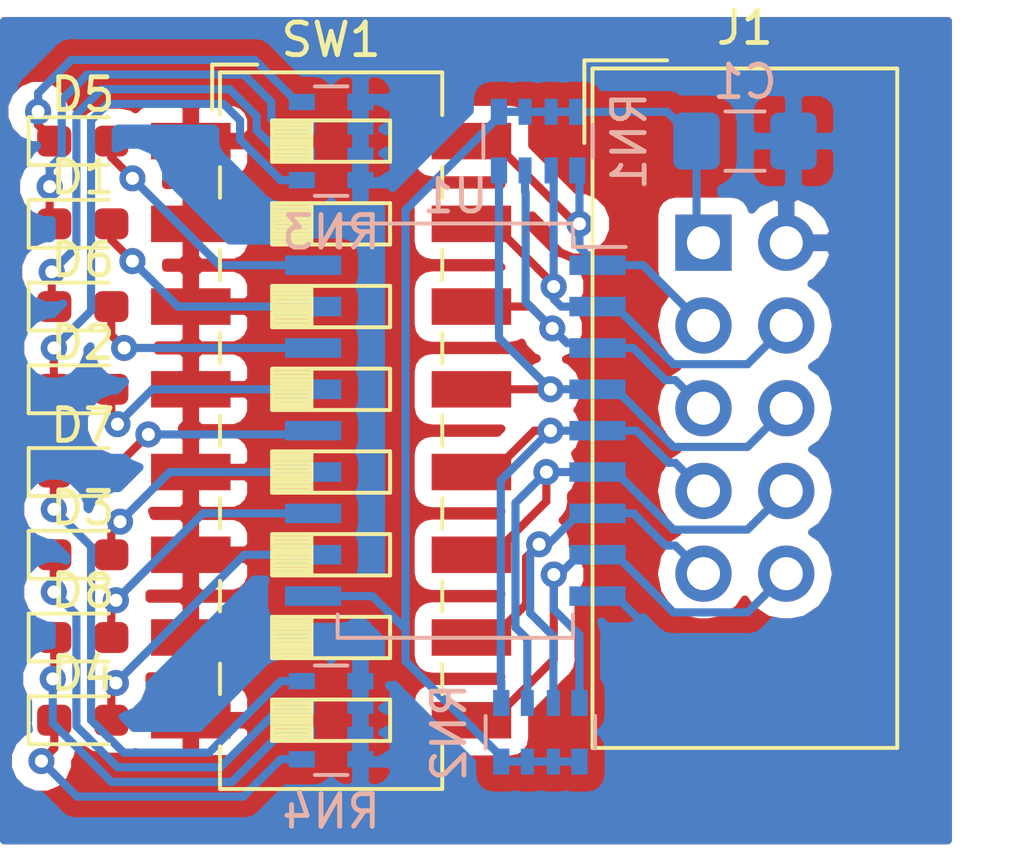
<source format=kicad_pcb>
(kicad_pcb (version 20171130) (host pcbnew "(5.0.0)")

  (general
    (thickness 1.6)
    (drawings 0)
    (tracks 250)
    (zones 0)
    (modules 16)
    (nets 27)
  )

  (page A4)
  (layers
    (0 F.Cu signal)
    (31 B.Cu signal)
    (32 B.Adhes user)
    (33 F.Adhes user)
    (34 B.Paste user)
    (35 F.Paste user)
    (36 B.SilkS user)
    (37 F.SilkS user)
    (38 B.Mask user)
    (39 F.Mask user)
    (40 Dwgs.User user)
    (41 Cmts.User user)
    (42 Eco1.User user)
    (43 Eco2.User user)
    (44 Edge.Cuts user)
    (45 Margin user)
    (46 B.CrtYd user)
    (47 F.CrtYd user)
    (48 B.Fab user)
    (49 F.Fab user)
  )

  (setup
    (last_trace_width 0.25)
    (trace_clearance 0.2)
    (zone_clearance 0.508)
    (zone_45_only no)
    (trace_min 0.2)
    (segment_width 0.2)
    (edge_width 0.1)
    (via_size 0.8)
    (via_drill 0.4)
    (via_min_size 0.4)
    (via_min_drill 0.3)
    (uvia_size 0.3)
    (uvia_drill 0.1)
    (uvias_allowed no)
    (uvia_min_size 0.2)
    (uvia_min_drill 0.1)
    (pcb_text_width 0.3)
    (pcb_text_size 1.5 1.5)
    (mod_edge_width 0.15)
    (mod_text_size 1 1)
    (mod_text_width 0.15)
    (pad_size 1.5 1.5)
    (pad_drill 0.6)
    (pad_to_mask_clearance 0)
    (aux_axis_origin 0 0)
    (visible_elements FFFFFF7F)
    (pcbplotparams
      (layerselection 0x010fc_ffffffff)
      (usegerberextensions false)
      (usegerberattributes false)
      (usegerberadvancedattributes false)
      (creategerberjobfile false)
      (excludeedgelayer true)
      (linewidth 0.100000)
      (plotframeref false)
      (viasonmask false)
      (mode 1)
      (useauxorigin false)
      (hpglpennumber 1)
      (hpglpenspeed 20)
      (hpglpendiameter 15.000000)
      (psnegative false)
      (psa4output false)
      (plotreference true)
      (plotvalue true)
      (plotinvisibletext false)
      (padsonsilk false)
      (subtractmaskfromsilk false)
      (outputformat 1)
      (mirror false)
      (drillshape 1)
      (scaleselection 1)
      (outputdirectory ""))
  )

  (net 0 "")
  (net 1 GND)
  (net 2 +3V3)
  (net 3 "Net-(D1-Pad2)")
  (net 4 "Net-(D1-Pad1)")
  (net 5 "Net-(D2-Pad2)")
  (net 6 "Net-(D2-Pad1)")
  (net 7 "Net-(D3-Pad2)")
  (net 8 "Net-(D3-Pad1)")
  (net 9 "Net-(D4-Pad2)")
  (net 10 "Net-(D4-Pad1)")
  (net 11 "Net-(D5-Pad1)")
  (net 12 "Net-(D5-Pad2)")
  (net 13 "Net-(D6-Pad1)")
  (net 14 "Net-(D6-Pad2)")
  (net 15 "Net-(D7-Pad1)")
  (net 16 "Net-(D7-Pad2)")
  (net 17 "Net-(D8-Pad1)")
  (net 18 "Net-(D8-Pad2)")
  (net 19 /bus0)
  (net 20 /bus1)
  (net 21 /bus2)
  (net 22 /bus3)
  (net 23 /bus4)
  (net 24 /bus5)
  (net 25 /bus6)
  (net 26 /bus7)

  (net_class Default "Dies ist die voreingestellte Netzklasse."
    (clearance 0.2)
    (trace_width 0.25)
    (via_dia 0.8)
    (via_drill 0.4)
    (uvia_dia 0.3)
    (uvia_drill 0.1)
    (add_net +3V3)
    (add_net /bus0)
    (add_net /bus1)
    (add_net /bus2)
    (add_net /bus3)
    (add_net /bus4)
    (add_net /bus5)
    (add_net /bus6)
    (add_net /bus7)
    (add_net GND)
    (add_net "Net-(D1-Pad1)")
    (add_net "Net-(D1-Pad2)")
    (add_net "Net-(D2-Pad1)")
    (add_net "Net-(D2-Pad2)")
    (add_net "Net-(D3-Pad1)")
    (add_net "Net-(D3-Pad2)")
    (add_net "Net-(D4-Pad1)")
    (add_net "Net-(D4-Pad2)")
    (add_net "Net-(D5-Pad1)")
    (add_net "Net-(D5-Pad2)")
    (add_net "Net-(D6-Pad1)")
    (add_net "Net-(D6-Pad2)")
    (add_net "Net-(D7-Pad1)")
    (add_net "Net-(D7-Pad2)")
    (add_net "Net-(D8-Pad1)")
    (add_net "Net-(D8-Pad2)")
  )

  (module Capacitor_SMD:C_1206_3216Metric_Pad1.42x1.75mm_HandSolder (layer B.Cu) (tedit 5B301BBE) (tstamp 5BEED94E)
    (at 186.69 69.85 180)
    (descr "Capacitor SMD 1206 (3216 Metric), square (rectangular) end terminal, IPC_7351 nominal with elongated pad for handsoldering. (Body size source: http://www.tortai-tech.com/upload/download/2011102023233369053.pdf), generated with kicad-footprint-generator")
    (tags "capacitor handsolder")
    (path /5BF47295/5BE65648)
    (attr smd)
    (fp_text reference C1 (at 0 1.82 180) (layer B.SilkS)
      (effects (font (size 1 1) (thickness 0.15)) (justify mirror))
    )
    (fp_text value _Decoupling (at 0 -1.82 180) (layer B.Fab)
      (effects (font (size 1 1) (thickness 0.15)) (justify mirror))
    )
    (fp_line (start -1.6 -0.8) (end -1.6 0.8) (layer B.Fab) (width 0.1))
    (fp_line (start -1.6 0.8) (end 1.6 0.8) (layer B.Fab) (width 0.1))
    (fp_line (start 1.6 0.8) (end 1.6 -0.8) (layer B.Fab) (width 0.1))
    (fp_line (start 1.6 -0.8) (end -1.6 -0.8) (layer B.Fab) (width 0.1))
    (fp_line (start -0.602064 0.91) (end 0.602064 0.91) (layer B.SilkS) (width 0.12))
    (fp_line (start -0.602064 -0.91) (end 0.602064 -0.91) (layer B.SilkS) (width 0.12))
    (fp_line (start -2.45 -1.12) (end -2.45 1.12) (layer B.CrtYd) (width 0.05))
    (fp_line (start -2.45 1.12) (end 2.45 1.12) (layer B.CrtYd) (width 0.05))
    (fp_line (start 2.45 1.12) (end 2.45 -1.12) (layer B.CrtYd) (width 0.05))
    (fp_line (start 2.45 -1.12) (end -2.45 -1.12) (layer B.CrtYd) (width 0.05))
    (fp_text user %R (at 0 0 180) (layer B.Fab)
      (effects (font (size 0.8 0.8) (thickness 0.12)) (justify mirror))
    )
    (pad 1 smd roundrect (at -1.4875 0 180) (size 1.425 1.75) (layers B.Cu B.Paste B.Mask) (roundrect_rratio 0.175439)
      (net 1 GND))
    (pad 2 smd roundrect (at 1.4875 0 180) (size 1.425 1.75) (layers B.Cu B.Paste B.Mask) (roundrect_rratio 0.175439)
      (net 2 +3V3))
    (model ${KISYS3DMOD}/Capacitor_SMD.3dshapes/C_1206_3216Metric.wrl
      (at (xyz 0 0 0))
      (scale (xyz 1 1 1))
      (rotate (xyz 0 0 0))
    )
  )

  (module LED_SMD:LED_0603_1608Metric_Pad1.05x0.95mm_HandSolder (layer F.Cu) (tedit 5B4B45C9) (tstamp 5BEED961)
    (at 166.37 72.39)
    (descr "LED SMD 0603 (1608 Metric), square (rectangular) end terminal, IPC_7351 nominal, (Body size source: http://www.tortai-tech.com/upload/download/2011102023233369053.pdf), generated with kicad-footprint-generator")
    (tags "LED handsolder")
    (path /5BF47298/5BE45642)
    (attr smd)
    (fp_text reference D1 (at 0 -1.43) (layer F.SilkS)
      (effects (font (size 1 1) (thickness 0.15)))
    )
    (fp_text value LED (at 0 1.43) (layer F.Fab)
      (effects (font (size 1 1) (thickness 0.15)))
    )
    (fp_text user %R (at 0 0) (layer F.Fab)
      (effects (font (size 0.4 0.4) (thickness 0.06)))
    )
    (fp_line (start 1.65 0.73) (end -1.65 0.73) (layer F.CrtYd) (width 0.05))
    (fp_line (start 1.65 -0.73) (end 1.65 0.73) (layer F.CrtYd) (width 0.05))
    (fp_line (start -1.65 -0.73) (end 1.65 -0.73) (layer F.CrtYd) (width 0.05))
    (fp_line (start -1.65 0.73) (end -1.65 -0.73) (layer F.CrtYd) (width 0.05))
    (fp_line (start -1.66 0.735) (end 0.8 0.735) (layer F.SilkS) (width 0.12))
    (fp_line (start -1.66 -0.735) (end -1.66 0.735) (layer F.SilkS) (width 0.12))
    (fp_line (start 0.8 -0.735) (end -1.66 -0.735) (layer F.SilkS) (width 0.12))
    (fp_line (start 0.8 0.4) (end 0.8 -0.4) (layer F.Fab) (width 0.1))
    (fp_line (start -0.8 0.4) (end 0.8 0.4) (layer F.Fab) (width 0.1))
    (fp_line (start -0.8 -0.1) (end -0.8 0.4) (layer F.Fab) (width 0.1))
    (fp_line (start -0.5 -0.4) (end -0.8 -0.1) (layer F.Fab) (width 0.1))
    (fp_line (start 0.8 -0.4) (end -0.5 -0.4) (layer F.Fab) (width 0.1))
    (pad 2 smd roundrect (at 0.875 0) (size 1.05 0.95) (layers F.Cu F.Paste F.Mask) (roundrect_rratio 0.25)
      (net 3 "Net-(D1-Pad2)"))
    (pad 1 smd roundrect (at -0.875 0) (size 1.05 0.95) (layers F.Cu F.Paste F.Mask) (roundrect_rratio 0.25)
      (net 4 "Net-(D1-Pad1)"))
    (model ${KISYS3DMOD}/LED_SMD.3dshapes/LED_0603_1608Metric.wrl
      (at (xyz 0 0 0))
      (scale (xyz 1 1 1))
      (rotate (xyz 0 0 0))
    )
  )

  (module LED_SMD:LED_0603_1608Metric_Pad1.05x0.95mm_HandSolder (layer F.Cu) (tedit 5B4B45C9) (tstamp 5BEED974)
    (at 166.37 77.47)
    (descr "LED SMD 0603 (1608 Metric), square (rectangular) end terminal, IPC_7351 nominal, (Body size source: http://www.tortai-tech.com/upload/download/2011102023233369053.pdf), generated with kicad-footprint-generator")
    (tags "LED handsolder")
    (path /5BF47298/5BE45682)
    (attr smd)
    (fp_text reference D2 (at 0 -1.43) (layer F.SilkS)
      (effects (font (size 1 1) (thickness 0.15)))
    )
    (fp_text value LED (at 0 1.43) (layer F.Fab)
      (effects (font (size 1 1) (thickness 0.15)))
    )
    (fp_text user %R (at 0 0) (layer F.Fab)
      (effects (font (size 0.4 0.4) (thickness 0.06)))
    )
    (fp_line (start 1.65 0.73) (end -1.65 0.73) (layer F.CrtYd) (width 0.05))
    (fp_line (start 1.65 -0.73) (end 1.65 0.73) (layer F.CrtYd) (width 0.05))
    (fp_line (start -1.65 -0.73) (end 1.65 -0.73) (layer F.CrtYd) (width 0.05))
    (fp_line (start -1.65 0.73) (end -1.65 -0.73) (layer F.CrtYd) (width 0.05))
    (fp_line (start -1.66 0.735) (end 0.8 0.735) (layer F.SilkS) (width 0.12))
    (fp_line (start -1.66 -0.735) (end -1.66 0.735) (layer F.SilkS) (width 0.12))
    (fp_line (start 0.8 -0.735) (end -1.66 -0.735) (layer F.SilkS) (width 0.12))
    (fp_line (start 0.8 0.4) (end 0.8 -0.4) (layer F.Fab) (width 0.1))
    (fp_line (start -0.8 0.4) (end 0.8 0.4) (layer F.Fab) (width 0.1))
    (fp_line (start -0.8 -0.1) (end -0.8 0.4) (layer F.Fab) (width 0.1))
    (fp_line (start -0.5 -0.4) (end -0.8 -0.1) (layer F.Fab) (width 0.1))
    (fp_line (start 0.8 -0.4) (end -0.5 -0.4) (layer F.Fab) (width 0.1))
    (pad 2 smd roundrect (at 0.875 0) (size 1.05 0.95) (layers F.Cu F.Paste F.Mask) (roundrect_rratio 0.25)
      (net 5 "Net-(D2-Pad2)"))
    (pad 1 smd roundrect (at -0.875 0) (size 1.05 0.95) (layers F.Cu F.Paste F.Mask) (roundrect_rratio 0.25)
      (net 6 "Net-(D2-Pad1)"))
    (model ${KISYS3DMOD}/LED_SMD.3dshapes/LED_0603_1608Metric.wrl
      (at (xyz 0 0 0))
      (scale (xyz 1 1 1))
      (rotate (xyz 0 0 0))
    )
  )

  (module LED_SMD:LED_0603_1608Metric_Pad1.05x0.95mm_HandSolder (layer F.Cu) (tedit 5B4B45C9) (tstamp 5BEED987)
    (at 166.37 82.55)
    (descr "LED SMD 0603 (1608 Metric), square (rectangular) end terminal, IPC_7351 nominal, (Body size source: http://www.tortai-tech.com/upload/download/2011102023233369053.pdf), generated with kicad-footprint-generator")
    (tags "LED handsolder")
    (path /5BF47298/5BE456C0)
    (attr smd)
    (fp_text reference D3 (at 0 -1.43) (layer F.SilkS)
      (effects (font (size 1 1) (thickness 0.15)))
    )
    (fp_text value LED (at 0 1.43) (layer F.Fab)
      (effects (font (size 1 1) (thickness 0.15)))
    )
    (fp_text user %R (at 0 0) (layer F.Fab)
      (effects (font (size 0.4 0.4) (thickness 0.06)))
    )
    (fp_line (start 1.65 0.73) (end -1.65 0.73) (layer F.CrtYd) (width 0.05))
    (fp_line (start 1.65 -0.73) (end 1.65 0.73) (layer F.CrtYd) (width 0.05))
    (fp_line (start -1.65 -0.73) (end 1.65 -0.73) (layer F.CrtYd) (width 0.05))
    (fp_line (start -1.65 0.73) (end -1.65 -0.73) (layer F.CrtYd) (width 0.05))
    (fp_line (start -1.66 0.735) (end 0.8 0.735) (layer F.SilkS) (width 0.12))
    (fp_line (start -1.66 -0.735) (end -1.66 0.735) (layer F.SilkS) (width 0.12))
    (fp_line (start 0.8 -0.735) (end -1.66 -0.735) (layer F.SilkS) (width 0.12))
    (fp_line (start 0.8 0.4) (end 0.8 -0.4) (layer F.Fab) (width 0.1))
    (fp_line (start -0.8 0.4) (end 0.8 0.4) (layer F.Fab) (width 0.1))
    (fp_line (start -0.8 -0.1) (end -0.8 0.4) (layer F.Fab) (width 0.1))
    (fp_line (start -0.5 -0.4) (end -0.8 -0.1) (layer F.Fab) (width 0.1))
    (fp_line (start 0.8 -0.4) (end -0.5 -0.4) (layer F.Fab) (width 0.1))
    (pad 2 smd roundrect (at 0.875 0) (size 1.05 0.95) (layers F.Cu F.Paste F.Mask) (roundrect_rratio 0.25)
      (net 7 "Net-(D3-Pad2)"))
    (pad 1 smd roundrect (at -0.875 0) (size 1.05 0.95) (layers F.Cu F.Paste F.Mask) (roundrect_rratio 0.25)
      (net 8 "Net-(D3-Pad1)"))
    (model ${KISYS3DMOD}/LED_SMD.3dshapes/LED_0603_1608Metric.wrl
      (at (xyz 0 0 0))
      (scale (xyz 1 1 1))
      (rotate (xyz 0 0 0))
    )
  )

  (module LED_SMD:LED_0603_1608Metric_Pad1.05x0.95mm_HandSolder (layer F.Cu) (tedit 5B4B45C9) (tstamp 5BEED99A)
    (at 166.37 87.63)
    (descr "LED SMD 0603 (1608 Metric), square (rectangular) end terminal, IPC_7351 nominal, (Body size source: http://www.tortai-tech.com/upload/download/2011102023233369053.pdf), generated with kicad-footprint-generator")
    (tags "LED handsolder")
    (path /5BF47298/5BE45706)
    (attr smd)
    (fp_text reference D4 (at 0 -1.43) (layer F.SilkS)
      (effects (font (size 1 1) (thickness 0.15)))
    )
    (fp_text value LED (at 0 1.43) (layer F.Fab)
      (effects (font (size 1 1) (thickness 0.15)))
    )
    (fp_text user %R (at 0 0) (layer F.Fab)
      (effects (font (size 0.4 0.4) (thickness 0.06)))
    )
    (fp_line (start 1.65 0.73) (end -1.65 0.73) (layer F.CrtYd) (width 0.05))
    (fp_line (start 1.65 -0.73) (end 1.65 0.73) (layer F.CrtYd) (width 0.05))
    (fp_line (start -1.65 -0.73) (end 1.65 -0.73) (layer F.CrtYd) (width 0.05))
    (fp_line (start -1.65 0.73) (end -1.65 -0.73) (layer F.CrtYd) (width 0.05))
    (fp_line (start -1.66 0.735) (end 0.8 0.735) (layer F.SilkS) (width 0.12))
    (fp_line (start -1.66 -0.735) (end -1.66 0.735) (layer F.SilkS) (width 0.12))
    (fp_line (start 0.8 -0.735) (end -1.66 -0.735) (layer F.SilkS) (width 0.12))
    (fp_line (start 0.8 0.4) (end 0.8 -0.4) (layer F.Fab) (width 0.1))
    (fp_line (start -0.8 0.4) (end 0.8 0.4) (layer F.Fab) (width 0.1))
    (fp_line (start -0.8 -0.1) (end -0.8 0.4) (layer F.Fab) (width 0.1))
    (fp_line (start -0.5 -0.4) (end -0.8 -0.1) (layer F.Fab) (width 0.1))
    (fp_line (start 0.8 -0.4) (end -0.5 -0.4) (layer F.Fab) (width 0.1))
    (pad 2 smd roundrect (at 0.875 0) (size 1.05 0.95) (layers F.Cu F.Paste F.Mask) (roundrect_rratio 0.25)
      (net 9 "Net-(D4-Pad2)"))
    (pad 1 smd roundrect (at -0.875 0) (size 1.05 0.95) (layers F.Cu F.Paste F.Mask) (roundrect_rratio 0.25)
      (net 10 "Net-(D4-Pad1)"))
    (model ${KISYS3DMOD}/LED_SMD.3dshapes/LED_0603_1608Metric.wrl
      (at (xyz 0 0 0))
      (scale (xyz 1 1 1))
      (rotate (xyz 0 0 0))
    )
  )

  (module LED_SMD:LED_0603_1608Metric_Pad1.05x0.95mm_HandSolder (layer F.Cu) (tedit 5B4B45C9) (tstamp 5BEED9AD)
    (at 166.37 69.85)
    (descr "LED SMD 0603 (1608 Metric), square (rectangular) end terminal, IPC_7351 nominal, (Body size source: http://www.tortai-tech.com/upload/download/2011102023233369053.pdf), generated with kicad-footprint-generator")
    (tags "LED handsolder")
    (path /5BF47298/5BE455EA)
    (attr smd)
    (fp_text reference D5 (at 0 -1.43) (layer F.SilkS)
      (effects (font (size 1 1) (thickness 0.15)))
    )
    (fp_text value LED (at 0 1.43) (layer F.Fab)
      (effects (font (size 1 1) (thickness 0.15)))
    )
    (fp_line (start 0.8 -0.4) (end -0.5 -0.4) (layer F.Fab) (width 0.1))
    (fp_line (start -0.5 -0.4) (end -0.8 -0.1) (layer F.Fab) (width 0.1))
    (fp_line (start -0.8 -0.1) (end -0.8 0.4) (layer F.Fab) (width 0.1))
    (fp_line (start -0.8 0.4) (end 0.8 0.4) (layer F.Fab) (width 0.1))
    (fp_line (start 0.8 0.4) (end 0.8 -0.4) (layer F.Fab) (width 0.1))
    (fp_line (start 0.8 -0.735) (end -1.66 -0.735) (layer F.SilkS) (width 0.12))
    (fp_line (start -1.66 -0.735) (end -1.66 0.735) (layer F.SilkS) (width 0.12))
    (fp_line (start -1.66 0.735) (end 0.8 0.735) (layer F.SilkS) (width 0.12))
    (fp_line (start -1.65 0.73) (end -1.65 -0.73) (layer F.CrtYd) (width 0.05))
    (fp_line (start -1.65 -0.73) (end 1.65 -0.73) (layer F.CrtYd) (width 0.05))
    (fp_line (start 1.65 -0.73) (end 1.65 0.73) (layer F.CrtYd) (width 0.05))
    (fp_line (start 1.65 0.73) (end -1.65 0.73) (layer F.CrtYd) (width 0.05))
    (fp_text user %R (at 0 0) (layer F.Fab)
      (effects (font (size 0.4 0.4) (thickness 0.06)))
    )
    (pad 1 smd roundrect (at -0.875 0) (size 1.05 0.95) (layers F.Cu F.Paste F.Mask) (roundrect_rratio 0.25)
      (net 11 "Net-(D5-Pad1)"))
    (pad 2 smd roundrect (at 0.875 0) (size 1.05 0.95) (layers F.Cu F.Paste F.Mask) (roundrect_rratio 0.25)
      (net 12 "Net-(D5-Pad2)"))
    (model ${KISYS3DMOD}/LED_SMD.3dshapes/LED_0603_1608Metric.wrl
      (at (xyz 0 0 0))
      (scale (xyz 1 1 1))
      (rotate (xyz 0 0 0))
    )
  )

  (module LED_SMD:LED_0603_1608Metric_Pad1.05x0.95mm_HandSolder (layer F.Cu) (tedit 5B4B45C9) (tstamp 5BEED9C0)
    (at 166.37 74.93)
    (descr "LED SMD 0603 (1608 Metric), square (rectangular) end terminal, IPC_7351 nominal, (Body size source: http://www.tortai-tech.com/upload/download/2011102023233369053.pdf), generated with kicad-footprint-generator")
    (tags "LED handsolder")
    (path /5BF47298/5BE45666)
    (attr smd)
    (fp_text reference D6 (at 0 -1.43) (layer F.SilkS)
      (effects (font (size 1 1) (thickness 0.15)))
    )
    (fp_text value LED (at 0 1.43) (layer F.Fab)
      (effects (font (size 1 1) (thickness 0.15)))
    )
    (fp_line (start 0.8 -0.4) (end -0.5 -0.4) (layer F.Fab) (width 0.1))
    (fp_line (start -0.5 -0.4) (end -0.8 -0.1) (layer F.Fab) (width 0.1))
    (fp_line (start -0.8 -0.1) (end -0.8 0.4) (layer F.Fab) (width 0.1))
    (fp_line (start -0.8 0.4) (end 0.8 0.4) (layer F.Fab) (width 0.1))
    (fp_line (start 0.8 0.4) (end 0.8 -0.4) (layer F.Fab) (width 0.1))
    (fp_line (start 0.8 -0.735) (end -1.66 -0.735) (layer F.SilkS) (width 0.12))
    (fp_line (start -1.66 -0.735) (end -1.66 0.735) (layer F.SilkS) (width 0.12))
    (fp_line (start -1.66 0.735) (end 0.8 0.735) (layer F.SilkS) (width 0.12))
    (fp_line (start -1.65 0.73) (end -1.65 -0.73) (layer F.CrtYd) (width 0.05))
    (fp_line (start -1.65 -0.73) (end 1.65 -0.73) (layer F.CrtYd) (width 0.05))
    (fp_line (start 1.65 -0.73) (end 1.65 0.73) (layer F.CrtYd) (width 0.05))
    (fp_line (start 1.65 0.73) (end -1.65 0.73) (layer F.CrtYd) (width 0.05))
    (fp_text user %R (at 0 0) (layer F.Fab)
      (effects (font (size 0.4 0.4) (thickness 0.06)))
    )
    (pad 1 smd roundrect (at -0.875 0) (size 1.05 0.95) (layers F.Cu F.Paste F.Mask) (roundrect_rratio 0.25)
      (net 13 "Net-(D6-Pad1)"))
    (pad 2 smd roundrect (at 0.875 0) (size 1.05 0.95) (layers F.Cu F.Paste F.Mask) (roundrect_rratio 0.25)
      (net 14 "Net-(D6-Pad2)"))
    (model ${KISYS3DMOD}/LED_SMD.3dshapes/LED_0603_1608Metric.wrl
      (at (xyz 0 0 0))
      (scale (xyz 1 1 1))
      (rotate (xyz 0 0 0))
    )
  )

  (module LED_SMD:LED_0603_1608Metric_Pad1.05x0.95mm_HandSolder (layer F.Cu) (tedit 5B4B45C9) (tstamp 5BEED9D3)
    (at 166.37 80.01)
    (descr "LED SMD 0603 (1608 Metric), square (rectangular) end terminal, IPC_7351 nominal, (Body size source: http://www.tortai-tech.com/upload/download/2011102023233369053.pdf), generated with kicad-footprint-generator")
    (tags "LED handsolder")
    (path /5BF47298/5BE456A0)
    (attr smd)
    (fp_text reference D7 (at 0 -1.43) (layer F.SilkS)
      (effects (font (size 1 1) (thickness 0.15)))
    )
    (fp_text value LED (at 0 1.43) (layer F.Fab)
      (effects (font (size 1 1) (thickness 0.15)))
    )
    (fp_line (start 0.8 -0.4) (end -0.5 -0.4) (layer F.Fab) (width 0.1))
    (fp_line (start -0.5 -0.4) (end -0.8 -0.1) (layer F.Fab) (width 0.1))
    (fp_line (start -0.8 -0.1) (end -0.8 0.4) (layer F.Fab) (width 0.1))
    (fp_line (start -0.8 0.4) (end 0.8 0.4) (layer F.Fab) (width 0.1))
    (fp_line (start 0.8 0.4) (end 0.8 -0.4) (layer F.Fab) (width 0.1))
    (fp_line (start 0.8 -0.735) (end -1.66 -0.735) (layer F.SilkS) (width 0.12))
    (fp_line (start -1.66 -0.735) (end -1.66 0.735) (layer F.SilkS) (width 0.12))
    (fp_line (start -1.66 0.735) (end 0.8 0.735) (layer F.SilkS) (width 0.12))
    (fp_line (start -1.65 0.73) (end -1.65 -0.73) (layer F.CrtYd) (width 0.05))
    (fp_line (start -1.65 -0.73) (end 1.65 -0.73) (layer F.CrtYd) (width 0.05))
    (fp_line (start 1.65 -0.73) (end 1.65 0.73) (layer F.CrtYd) (width 0.05))
    (fp_line (start 1.65 0.73) (end -1.65 0.73) (layer F.CrtYd) (width 0.05))
    (fp_text user %R (at 0 0) (layer F.Fab)
      (effects (font (size 0.4 0.4) (thickness 0.06)))
    )
    (pad 1 smd roundrect (at -0.875 0) (size 1.05 0.95) (layers F.Cu F.Paste F.Mask) (roundrect_rratio 0.25)
      (net 15 "Net-(D7-Pad1)"))
    (pad 2 smd roundrect (at 0.875 0) (size 1.05 0.95) (layers F.Cu F.Paste F.Mask) (roundrect_rratio 0.25)
      (net 16 "Net-(D7-Pad2)"))
    (model ${KISYS3DMOD}/LED_SMD.3dshapes/LED_0603_1608Metric.wrl
      (at (xyz 0 0 0))
      (scale (xyz 1 1 1))
      (rotate (xyz 0 0 0))
    )
  )

  (module LED_SMD:LED_0603_1608Metric_Pad1.05x0.95mm_HandSolder (layer F.Cu) (tedit 5B4B45C9) (tstamp 5BEED9E6)
    (at 166.37 85.09)
    (descr "LED SMD 0603 (1608 Metric), square (rectangular) end terminal, IPC_7351 nominal, (Body size source: http://www.tortai-tech.com/upload/download/2011102023233369053.pdf), generated with kicad-footprint-generator")
    (tags "LED handsolder")
    (path /5BF47298/5BE456E2)
    (attr smd)
    (fp_text reference D8 (at 0 -1.43) (layer F.SilkS)
      (effects (font (size 1 1) (thickness 0.15)))
    )
    (fp_text value LED (at 0 1.43) (layer F.Fab)
      (effects (font (size 1 1) (thickness 0.15)))
    )
    (fp_line (start 0.8 -0.4) (end -0.5 -0.4) (layer F.Fab) (width 0.1))
    (fp_line (start -0.5 -0.4) (end -0.8 -0.1) (layer F.Fab) (width 0.1))
    (fp_line (start -0.8 -0.1) (end -0.8 0.4) (layer F.Fab) (width 0.1))
    (fp_line (start -0.8 0.4) (end 0.8 0.4) (layer F.Fab) (width 0.1))
    (fp_line (start 0.8 0.4) (end 0.8 -0.4) (layer F.Fab) (width 0.1))
    (fp_line (start 0.8 -0.735) (end -1.66 -0.735) (layer F.SilkS) (width 0.12))
    (fp_line (start -1.66 -0.735) (end -1.66 0.735) (layer F.SilkS) (width 0.12))
    (fp_line (start -1.66 0.735) (end 0.8 0.735) (layer F.SilkS) (width 0.12))
    (fp_line (start -1.65 0.73) (end -1.65 -0.73) (layer F.CrtYd) (width 0.05))
    (fp_line (start -1.65 -0.73) (end 1.65 -0.73) (layer F.CrtYd) (width 0.05))
    (fp_line (start 1.65 -0.73) (end 1.65 0.73) (layer F.CrtYd) (width 0.05))
    (fp_line (start 1.65 0.73) (end -1.65 0.73) (layer F.CrtYd) (width 0.05))
    (fp_text user %R (at 0 0) (layer F.Fab)
      (effects (font (size 0.4 0.4) (thickness 0.06)))
    )
    (pad 1 smd roundrect (at -0.875 0) (size 1.05 0.95) (layers F.Cu F.Paste F.Mask) (roundrect_rratio 0.25)
      (net 17 "Net-(D8-Pad1)"))
    (pad 2 smd roundrect (at 0.875 0) (size 1.05 0.95) (layers F.Cu F.Paste F.Mask) (roundrect_rratio 0.25)
      (net 18 "Net-(D8-Pad2)"))
    (model ${KISYS3DMOD}/LED_SMD.3dshapes/LED_0603_1608Metric.wrl
      (at (xyz 0 0 0))
      (scale (xyz 1 1 1))
      (rotate (xyz 0 0 0))
    )
  )

  (module Connector_IDC:IDC-Header_2x05_P2.54mm_Vertical (layer F.Cu) (tedit 59DE0611) (tstamp 5BEEDA0E)
    (at 185.415001 72.970001)
    (descr "Through hole straight IDC box header, 2x05, 2.54mm pitch, double rows")
    (tags "Through hole IDC box header THT 2x05 2.54mm double row")
    (path /5BF47295/5BD2B459)
    (fp_text reference J1 (at 1.27 -6.604) (layer F.SilkS)
      (effects (font (size 1 1) (thickness 0.15)))
    )
    (fp_text value Conn_02x05_Odd_Even (at 1.27 16.764) (layer F.Fab)
      (effects (font (size 1 1) (thickness 0.15)))
    )
    (fp_text user %R (at 1.27 5.08) (layer F.Fab)
      (effects (font (size 1 1) (thickness 0.15)))
    )
    (fp_line (start 5.695 -5.1) (end 5.695 15.26) (layer F.Fab) (width 0.1))
    (fp_line (start 5.145 -4.56) (end 5.145 14.7) (layer F.Fab) (width 0.1))
    (fp_line (start -3.155 -5.1) (end -3.155 15.26) (layer F.Fab) (width 0.1))
    (fp_line (start -2.605 -4.56) (end -2.605 2.83) (layer F.Fab) (width 0.1))
    (fp_line (start -2.605 7.33) (end -2.605 14.7) (layer F.Fab) (width 0.1))
    (fp_line (start -2.605 2.83) (end -3.155 2.83) (layer F.Fab) (width 0.1))
    (fp_line (start -2.605 7.33) (end -3.155 7.33) (layer F.Fab) (width 0.1))
    (fp_line (start 5.695 -5.1) (end -3.155 -5.1) (layer F.Fab) (width 0.1))
    (fp_line (start 5.145 -4.56) (end -2.605 -4.56) (layer F.Fab) (width 0.1))
    (fp_line (start 5.695 15.26) (end -3.155 15.26) (layer F.Fab) (width 0.1))
    (fp_line (start 5.145 14.7) (end -2.605 14.7) (layer F.Fab) (width 0.1))
    (fp_line (start 5.695 -5.1) (end 5.145 -4.56) (layer F.Fab) (width 0.1))
    (fp_line (start 5.695 15.26) (end 5.145 14.7) (layer F.Fab) (width 0.1))
    (fp_line (start -3.155 -5.1) (end -2.605 -4.56) (layer F.Fab) (width 0.1))
    (fp_line (start -3.155 15.26) (end -2.605 14.7) (layer F.Fab) (width 0.1))
    (fp_line (start 5.95 -5.35) (end 5.95 15.51) (layer F.CrtYd) (width 0.05))
    (fp_line (start 5.95 15.51) (end -3.41 15.51) (layer F.CrtYd) (width 0.05))
    (fp_line (start -3.41 15.51) (end -3.41 -5.35) (layer F.CrtYd) (width 0.05))
    (fp_line (start -3.41 -5.35) (end 5.95 -5.35) (layer F.CrtYd) (width 0.05))
    (fp_line (start 5.945 -5.35) (end 5.945 15.51) (layer F.SilkS) (width 0.12))
    (fp_line (start 5.945 15.51) (end -3.405 15.51) (layer F.SilkS) (width 0.12))
    (fp_line (start -3.405 15.51) (end -3.405 -5.35) (layer F.SilkS) (width 0.12))
    (fp_line (start -3.405 -5.35) (end 5.945 -5.35) (layer F.SilkS) (width 0.12))
    (fp_line (start -3.655 -5.6) (end -3.655 -3.06) (layer F.SilkS) (width 0.12))
    (fp_line (start -3.655 -5.6) (end -1.115 -5.6) (layer F.SilkS) (width 0.12))
    (pad 1 thru_hole rect (at 0 0) (size 1.7272 1.7272) (drill 1.016) (layers *.Cu *.Mask)
      (net 2 +3V3))
    (pad 2 thru_hole oval (at 2.54 0) (size 1.7272 1.7272) (drill 1.016) (layers *.Cu *.Mask)
      (net 1 GND))
    (pad 3 thru_hole oval (at 0 2.54) (size 1.7272 1.7272) (drill 1.016) (layers *.Cu *.Mask)
      (net 19 /bus0))
    (pad 4 thru_hole oval (at 2.54 2.54) (size 1.7272 1.7272) (drill 1.016) (layers *.Cu *.Mask)
      (net 20 /bus1))
    (pad 5 thru_hole oval (at 0 5.08) (size 1.7272 1.7272) (drill 1.016) (layers *.Cu *.Mask)
      (net 21 /bus2))
    (pad 6 thru_hole oval (at 2.54 5.08) (size 1.7272 1.7272) (drill 1.016) (layers *.Cu *.Mask)
      (net 22 /bus3))
    (pad 7 thru_hole oval (at 0 7.62) (size 1.7272 1.7272) (drill 1.016) (layers *.Cu *.Mask)
      (net 23 /bus4))
    (pad 8 thru_hole oval (at 2.54 7.62) (size 1.7272 1.7272) (drill 1.016) (layers *.Cu *.Mask)
      (net 24 /bus5))
    (pad 9 thru_hole oval (at 0 10.16) (size 1.7272 1.7272) (drill 1.016) (layers *.Cu *.Mask)
      (net 25 /bus6))
    (pad 10 thru_hole oval (at 2.54 10.16) (size 1.7272 1.7272) (drill 1.016) (layers *.Cu *.Mask)
      (net 26 /bus7))
    (model ${KISYS3DMOD}/Connector_IDC.3dshapes/IDC-Header_2x05_P2.54mm_Vertical.wrl
      (at (xyz 0 0 0))
      (scale (xyz 1 1 1))
      (rotate (xyz 0 0 0))
    )
  )

  (module Resistor_SMD:R_Array_Convex_4x0603 (layer B.Cu) (tedit 58E0A8B2) (tstamp 5BEEDA25)
    (at 180.34 69.85 90)
    (descr "Chip Resistor Network, ROHM MNR14 (see mnr_g.pdf)")
    (tags "resistor array")
    (path /5BEEE138)
    (attr smd)
    (fp_text reference RN1 (at 0 2.8 90) (layer B.SilkS)
      (effects (font (size 1 1) (thickness 0.15)) (justify mirror))
    )
    (fp_text value R_Pack04 (at 0 -2.8 90) (layer B.Fab)
      (effects (font (size 1 1) (thickness 0.15)) (justify mirror))
    )
    (fp_text user %R (at 0 0) (layer B.Fab)
      (effects (font (size 0.5 0.5) (thickness 0.075)) (justify mirror))
    )
    (fp_line (start -0.8 1.6) (end 0.8 1.6) (layer B.Fab) (width 0.1))
    (fp_line (start 0.8 1.6) (end 0.8 -1.6) (layer B.Fab) (width 0.1))
    (fp_line (start 0.8 -1.6) (end -0.8 -1.6) (layer B.Fab) (width 0.1))
    (fp_line (start -0.8 -1.6) (end -0.8 1.6) (layer B.Fab) (width 0.1))
    (fp_line (start 0.5 -1.68) (end -0.5 -1.68) (layer B.SilkS) (width 0.12))
    (fp_line (start 0.5 1.68) (end -0.5 1.68) (layer B.SilkS) (width 0.12))
    (fp_line (start -1.55 1.85) (end 1.55 1.85) (layer B.CrtYd) (width 0.05))
    (fp_line (start -1.55 1.85) (end -1.55 -1.85) (layer B.CrtYd) (width 0.05))
    (fp_line (start 1.55 -1.85) (end 1.55 1.85) (layer B.CrtYd) (width 0.05))
    (fp_line (start 1.55 -1.85) (end -1.55 -1.85) (layer B.CrtYd) (width 0.05))
    (pad 1 smd rect (at -0.9 1.2 90) (size 0.8 0.5) (layers B.Cu B.Paste B.Mask)
      (net 19 /bus0))
    (pad 3 smd rect (at -0.9 -0.4 90) (size 0.8 0.4) (layers B.Cu B.Paste B.Mask)
      (net 21 /bus2))
    (pad 2 smd rect (at -0.9 0.4 90) (size 0.8 0.4) (layers B.Cu B.Paste B.Mask)
      (net 20 /bus1))
    (pad 4 smd rect (at -0.9 -1.2 90) (size 0.8 0.5) (layers B.Cu B.Paste B.Mask)
      (net 22 /bus3))
    (pad 7 smd rect (at 0.9 0.4 90) (size 0.8 0.4) (layers B.Cu B.Paste B.Mask)
      (net 2 +3V3))
    (pad 8 smd rect (at 0.9 1.2 90) (size 0.8 0.5) (layers B.Cu B.Paste B.Mask)
      (net 2 +3V3))
    (pad 6 smd rect (at 0.9 -0.4 90) (size 0.8 0.4) (layers B.Cu B.Paste B.Mask)
      (net 2 +3V3))
    (pad 5 smd rect (at 0.9 -1.2 90) (size 0.8 0.5) (layers B.Cu B.Paste B.Mask)
      (net 2 +3V3))
    (model ${KISYS3DMOD}/Resistor_SMD.3dshapes/R_Array_Convex_4x0603.wrl
      (at (xyz 0 0 0))
      (scale (xyz 1 1 1))
      (rotate (xyz 0 0 0))
    )
  )

  (module Resistor_SMD:R_Array_Convex_4x0603 (layer B.Cu) (tedit 58E0A8B2) (tstamp 5BEEDA3C)
    (at 180.41 88 270)
    (descr "Chip Resistor Network, ROHM MNR14 (see mnr_g.pdf)")
    (tags "resistor array")
    (path /5BEEE17C)
    (attr smd)
    (fp_text reference RN2 (at 0 2.8 270) (layer B.SilkS)
      (effects (font (size 1 1) (thickness 0.15)) (justify mirror))
    )
    (fp_text value R_Pack04 (at 0 -2.8 270) (layer B.Fab)
      (effects (font (size 1 1) (thickness 0.15)) (justify mirror))
    )
    (fp_line (start 1.55 -1.85) (end -1.55 -1.85) (layer B.CrtYd) (width 0.05))
    (fp_line (start 1.55 -1.85) (end 1.55 1.85) (layer B.CrtYd) (width 0.05))
    (fp_line (start -1.55 1.85) (end -1.55 -1.85) (layer B.CrtYd) (width 0.05))
    (fp_line (start -1.55 1.85) (end 1.55 1.85) (layer B.CrtYd) (width 0.05))
    (fp_line (start 0.5 1.68) (end -0.5 1.68) (layer B.SilkS) (width 0.12))
    (fp_line (start 0.5 -1.68) (end -0.5 -1.68) (layer B.SilkS) (width 0.12))
    (fp_line (start -0.8 -1.6) (end -0.8 1.6) (layer B.Fab) (width 0.1))
    (fp_line (start 0.8 -1.6) (end -0.8 -1.6) (layer B.Fab) (width 0.1))
    (fp_line (start 0.8 1.6) (end 0.8 -1.6) (layer B.Fab) (width 0.1))
    (fp_line (start -0.8 1.6) (end 0.8 1.6) (layer B.Fab) (width 0.1))
    (fp_text user %R (at 0 0 180) (layer B.Fab)
      (effects (font (size 0.5 0.5) (thickness 0.075)) (justify mirror))
    )
    (pad 5 smd rect (at 0.9 -1.2 270) (size 0.8 0.5) (layers B.Cu B.Paste B.Mask)
      (net 2 +3V3))
    (pad 6 smd rect (at 0.9 -0.4 270) (size 0.8 0.4) (layers B.Cu B.Paste B.Mask)
      (net 2 +3V3))
    (pad 8 smd rect (at 0.9 1.2 270) (size 0.8 0.5) (layers B.Cu B.Paste B.Mask)
      (net 2 +3V3))
    (pad 7 smd rect (at 0.9 0.4 270) (size 0.8 0.4) (layers B.Cu B.Paste B.Mask)
      (net 2 +3V3))
    (pad 4 smd rect (at -0.9 -1.2 270) (size 0.8 0.5) (layers B.Cu B.Paste B.Mask)
      (net 26 /bus7))
    (pad 2 smd rect (at -0.9 0.4 270) (size 0.8 0.4) (layers B.Cu B.Paste B.Mask)
      (net 24 /bus5))
    (pad 3 smd rect (at -0.9 -0.4 270) (size 0.8 0.4) (layers B.Cu B.Paste B.Mask)
      (net 25 /bus6))
    (pad 1 smd rect (at -0.9 1.2 270) (size 0.8 0.5) (layers B.Cu B.Paste B.Mask)
      (net 23 /bus4))
    (model ${KISYS3DMOD}/Resistor_SMD.3dshapes/R_Array_Convex_4x0603.wrl
      (at (xyz 0 0 0))
      (scale (xyz 1 1 1))
      (rotate (xyz 0 0 0))
    )
  )

  (module Resistor_SMD:R_Array_Convex_4x0603 (layer B.Cu) (tedit 58E0A8B2) (tstamp 5BEEDA53)
    (at 173.99 69.85)
    (descr "Chip Resistor Network, ROHM MNR14 (see mnr_g.pdf)")
    (tags "resistor array")
    (path /5BF47298/5BEE3417)
    (attr smd)
    (fp_text reference RN3 (at 0 2.8) (layer B.SilkS)
      (effects (font (size 1 1) (thickness 0.15)) (justify mirror))
    )
    (fp_text value R_Pack04 (at 0 -2.8) (layer B.Fab)
      (effects (font (size 1 1) (thickness 0.15)) (justify mirror))
    )
    (fp_text user %R (at 0 0 -90) (layer B.Fab)
      (effects (font (size 0.5 0.5) (thickness 0.075)) (justify mirror))
    )
    (fp_line (start -0.8 1.6) (end 0.8 1.6) (layer B.Fab) (width 0.1))
    (fp_line (start 0.8 1.6) (end 0.8 -1.6) (layer B.Fab) (width 0.1))
    (fp_line (start 0.8 -1.6) (end -0.8 -1.6) (layer B.Fab) (width 0.1))
    (fp_line (start -0.8 -1.6) (end -0.8 1.6) (layer B.Fab) (width 0.1))
    (fp_line (start 0.5 -1.68) (end -0.5 -1.68) (layer B.SilkS) (width 0.12))
    (fp_line (start 0.5 1.68) (end -0.5 1.68) (layer B.SilkS) (width 0.12))
    (fp_line (start -1.55 1.85) (end 1.55 1.85) (layer B.CrtYd) (width 0.05))
    (fp_line (start -1.55 1.85) (end -1.55 -1.85) (layer B.CrtYd) (width 0.05))
    (fp_line (start 1.55 -1.85) (end 1.55 1.85) (layer B.CrtYd) (width 0.05))
    (fp_line (start 1.55 -1.85) (end -1.55 -1.85) (layer B.CrtYd) (width 0.05))
    (pad 1 smd rect (at -0.9 1.2) (size 0.8 0.5) (layers B.Cu B.Paste B.Mask)
      (net 6 "Net-(D2-Pad1)"))
    (pad 3 smd rect (at -0.9 -0.4) (size 0.8 0.4) (layers B.Cu B.Paste B.Mask)
      (net 4 "Net-(D1-Pad1)"))
    (pad 2 smd rect (at -0.9 0.4) (size 0.8 0.4) (layers B.Cu B.Paste B.Mask)
      (net 13 "Net-(D6-Pad1)"))
    (pad 4 smd rect (at -0.9 -1.2) (size 0.8 0.5) (layers B.Cu B.Paste B.Mask)
      (net 11 "Net-(D5-Pad1)"))
    (pad 7 smd rect (at 0.9 0.4) (size 0.8 0.4) (layers B.Cu B.Paste B.Mask)
      (net 1 GND))
    (pad 8 smd rect (at 0.9 1.2) (size 0.8 0.5) (layers B.Cu B.Paste B.Mask)
      (net 1 GND))
    (pad 6 smd rect (at 0.9 -0.4) (size 0.8 0.4) (layers B.Cu B.Paste B.Mask)
      (net 1 GND))
    (pad 5 smd rect (at 0.9 -1.2) (size 0.8 0.5) (layers B.Cu B.Paste B.Mask)
      (net 1 GND))
    (model ${KISYS3DMOD}/Resistor_SMD.3dshapes/R_Array_Convex_4x0603.wrl
      (at (xyz 0 0 0))
      (scale (xyz 1 1 1))
      (rotate (xyz 0 0 0))
    )
  )

  (module Resistor_SMD:R_Array_Convex_4x0603 (layer B.Cu) (tedit 58E0A8B2) (tstamp 5BEEDA6A)
    (at 173.99 87.63)
    (descr "Chip Resistor Network, ROHM MNR14 (see mnr_g.pdf)")
    (tags "resistor array")
    (path /5BF47298/5BEE3486)
    (attr smd)
    (fp_text reference RN4 (at 0 2.8) (layer B.SilkS)
      (effects (font (size 1 1) (thickness 0.15)) (justify mirror))
    )
    (fp_text value R_Pack04 (at 0 -2.8) (layer B.Fab)
      (effects (font (size 1 1) (thickness 0.15)) (justify mirror))
    )
    (fp_line (start 1.55 -1.85) (end -1.55 -1.85) (layer B.CrtYd) (width 0.05))
    (fp_line (start 1.55 -1.85) (end 1.55 1.85) (layer B.CrtYd) (width 0.05))
    (fp_line (start -1.55 1.85) (end -1.55 -1.85) (layer B.CrtYd) (width 0.05))
    (fp_line (start -1.55 1.85) (end 1.55 1.85) (layer B.CrtYd) (width 0.05))
    (fp_line (start 0.5 1.68) (end -0.5 1.68) (layer B.SilkS) (width 0.12))
    (fp_line (start 0.5 -1.68) (end -0.5 -1.68) (layer B.SilkS) (width 0.12))
    (fp_line (start -0.8 -1.6) (end -0.8 1.6) (layer B.Fab) (width 0.1))
    (fp_line (start 0.8 -1.6) (end -0.8 -1.6) (layer B.Fab) (width 0.1))
    (fp_line (start 0.8 1.6) (end 0.8 -1.6) (layer B.Fab) (width 0.1))
    (fp_line (start -0.8 1.6) (end 0.8 1.6) (layer B.Fab) (width 0.1))
    (fp_text user %R (at 0 0 -90) (layer B.Fab)
      (effects (font (size 0.5 0.5) (thickness 0.075)) (justify mirror))
    )
    (pad 5 smd rect (at 0.9 -1.2) (size 0.8 0.5) (layers B.Cu B.Paste B.Mask)
      (net 1 GND))
    (pad 6 smd rect (at 0.9 -0.4) (size 0.8 0.4) (layers B.Cu B.Paste B.Mask)
      (net 1 GND))
    (pad 8 smd rect (at 0.9 1.2) (size 0.8 0.5) (layers B.Cu B.Paste B.Mask)
      (net 1 GND))
    (pad 7 smd rect (at 0.9 0.4) (size 0.8 0.4) (layers B.Cu B.Paste B.Mask)
      (net 1 GND))
    (pad 4 smd rect (at -0.9 -1.2) (size 0.8 0.5) (layers B.Cu B.Paste B.Mask)
      (net 15 "Net-(D7-Pad1)"))
    (pad 2 smd rect (at -0.9 0.4) (size 0.8 0.4) (layers B.Cu B.Paste B.Mask)
      (net 17 "Net-(D8-Pad1)"))
    (pad 3 smd rect (at -0.9 -0.4) (size 0.8 0.4) (layers B.Cu B.Paste B.Mask)
      (net 8 "Net-(D3-Pad1)"))
    (pad 1 smd rect (at -0.9 1.2) (size 0.8 0.5) (layers B.Cu B.Paste B.Mask)
      (net 10 "Net-(D4-Pad1)"))
    (model ${KISYS3DMOD}/Resistor_SMD.3dshapes/R_Array_Convex_4x0603.wrl
      (at (xyz 0 0 0))
      (scale (xyz 1 1 1))
      (rotate (xyz 0 0 0))
    )
  )

  (module Button_Switch_SMD:SW_DIP_SPSTx08_Slide_6.7x21.88mm_W8.61mm_P2.54mm_LowProfile (layer F.Cu) (tedit 5A4E1405) (tstamp 5BEEE511)
    (at 173.99 78.74)
    (descr "SMD 8x-dip-switch SPST , Slide, row spacing 8.61 mm (338 mils), body size 6.7x21.88mm (see e.g. https://www.ctscorp.com/wp-content/uploads/219.pdf), SMD, LowProfile")
    (tags "SMD DIP Switch SPST Slide 8.61mm 338mil SMD LowProfile")
    (path /5BE1A1C6)
    (attr smd)
    (fp_text reference SW1 (at 0 -12) (layer F.SilkS)
      (effects (font (size 1 1) (thickness 0.15)))
    )
    (fp_text value SW_DIP_x08 (at 0 12) (layer F.Fab)
      (effects (font (size 1 1) (thickness 0.15)))
    )
    (fp_line (start -2.35 -10.94) (end 3.35 -10.94) (layer F.Fab) (width 0.1))
    (fp_line (start 3.35 -10.94) (end 3.35 10.94) (layer F.Fab) (width 0.1))
    (fp_line (start 3.35 10.94) (end -3.35 10.94) (layer F.Fab) (width 0.1))
    (fp_line (start -3.35 10.94) (end -3.35 -9.94) (layer F.Fab) (width 0.1))
    (fp_line (start -3.35 -9.94) (end -2.35 -10.94) (layer F.Fab) (width 0.1))
    (fp_line (start -1.81 -9.525) (end -1.81 -8.255) (layer F.Fab) (width 0.1))
    (fp_line (start -1.81 -8.255) (end 1.81 -8.255) (layer F.Fab) (width 0.1))
    (fp_line (start 1.81 -8.255) (end 1.81 -9.525) (layer F.Fab) (width 0.1))
    (fp_line (start 1.81 -9.525) (end -1.81 -9.525) (layer F.Fab) (width 0.1))
    (fp_line (start -1.81 -9.425) (end -0.603333 -9.425) (layer F.Fab) (width 0.1))
    (fp_line (start -1.81 -9.325) (end -0.603333 -9.325) (layer F.Fab) (width 0.1))
    (fp_line (start -1.81 -9.225) (end -0.603333 -9.225) (layer F.Fab) (width 0.1))
    (fp_line (start -1.81 -9.125) (end -0.603333 -9.125) (layer F.Fab) (width 0.1))
    (fp_line (start -1.81 -9.025) (end -0.603333 -9.025) (layer F.Fab) (width 0.1))
    (fp_line (start -1.81 -8.925) (end -0.603333 -8.925) (layer F.Fab) (width 0.1))
    (fp_line (start -1.81 -8.825) (end -0.603333 -8.825) (layer F.Fab) (width 0.1))
    (fp_line (start -1.81 -8.725) (end -0.603333 -8.725) (layer F.Fab) (width 0.1))
    (fp_line (start -1.81 -8.625) (end -0.603333 -8.625) (layer F.Fab) (width 0.1))
    (fp_line (start -1.81 -8.525) (end -0.603333 -8.525) (layer F.Fab) (width 0.1))
    (fp_line (start -1.81 -8.425) (end -0.603333 -8.425) (layer F.Fab) (width 0.1))
    (fp_line (start -1.81 -8.325) (end -0.603333 -8.325) (layer F.Fab) (width 0.1))
    (fp_line (start -0.603333 -9.525) (end -0.603333 -8.255) (layer F.Fab) (width 0.1))
    (fp_line (start -1.81 -6.985) (end -1.81 -5.715) (layer F.Fab) (width 0.1))
    (fp_line (start -1.81 -5.715) (end 1.81 -5.715) (layer F.Fab) (width 0.1))
    (fp_line (start 1.81 -5.715) (end 1.81 -6.985) (layer F.Fab) (width 0.1))
    (fp_line (start 1.81 -6.985) (end -1.81 -6.985) (layer F.Fab) (width 0.1))
    (fp_line (start -1.81 -6.885) (end -0.603333 -6.885) (layer F.Fab) (width 0.1))
    (fp_line (start -1.81 -6.785) (end -0.603333 -6.785) (layer F.Fab) (width 0.1))
    (fp_line (start -1.81 -6.685) (end -0.603333 -6.685) (layer F.Fab) (width 0.1))
    (fp_line (start -1.81 -6.585) (end -0.603333 -6.585) (layer F.Fab) (width 0.1))
    (fp_line (start -1.81 -6.485) (end -0.603333 -6.485) (layer F.Fab) (width 0.1))
    (fp_line (start -1.81 -6.385) (end -0.603333 -6.385) (layer F.Fab) (width 0.1))
    (fp_line (start -1.81 -6.285) (end -0.603333 -6.285) (layer F.Fab) (width 0.1))
    (fp_line (start -1.81 -6.185) (end -0.603333 -6.185) (layer F.Fab) (width 0.1))
    (fp_line (start -1.81 -6.085) (end -0.603333 -6.085) (layer F.Fab) (width 0.1))
    (fp_line (start -1.81 -5.985) (end -0.603333 -5.985) (layer F.Fab) (width 0.1))
    (fp_line (start -1.81 -5.885) (end -0.603333 -5.885) (layer F.Fab) (width 0.1))
    (fp_line (start -1.81 -5.785) (end -0.603333 -5.785) (layer F.Fab) (width 0.1))
    (fp_line (start -0.603333 -6.985) (end -0.603333 -5.715) (layer F.Fab) (width 0.1))
    (fp_line (start -1.81 -4.445) (end -1.81 -3.175) (layer F.Fab) (width 0.1))
    (fp_line (start -1.81 -3.175) (end 1.81 -3.175) (layer F.Fab) (width 0.1))
    (fp_line (start 1.81 -3.175) (end 1.81 -4.445) (layer F.Fab) (width 0.1))
    (fp_line (start 1.81 -4.445) (end -1.81 -4.445) (layer F.Fab) (width 0.1))
    (fp_line (start -1.81 -4.345) (end -0.603333 -4.345) (layer F.Fab) (width 0.1))
    (fp_line (start -1.81 -4.245) (end -0.603333 -4.245) (layer F.Fab) (width 0.1))
    (fp_line (start -1.81 -4.145) (end -0.603333 -4.145) (layer F.Fab) (width 0.1))
    (fp_line (start -1.81 -4.045) (end -0.603333 -4.045) (layer F.Fab) (width 0.1))
    (fp_line (start -1.81 -3.945) (end -0.603333 -3.945) (layer F.Fab) (width 0.1))
    (fp_line (start -1.81 -3.845) (end -0.603333 -3.845) (layer F.Fab) (width 0.1))
    (fp_line (start -1.81 -3.745) (end -0.603333 -3.745) (layer F.Fab) (width 0.1))
    (fp_line (start -1.81 -3.645) (end -0.603333 -3.645) (layer F.Fab) (width 0.1))
    (fp_line (start -1.81 -3.545) (end -0.603333 -3.545) (layer F.Fab) (width 0.1))
    (fp_line (start -1.81 -3.445) (end -0.603333 -3.445) (layer F.Fab) (width 0.1))
    (fp_line (start -1.81 -3.345) (end -0.603333 -3.345) (layer F.Fab) (width 0.1))
    (fp_line (start -1.81 -3.245) (end -0.603333 -3.245) (layer F.Fab) (width 0.1))
    (fp_line (start -0.603333 -4.445) (end -0.603333 -3.175) (layer F.Fab) (width 0.1))
    (fp_line (start -1.81 -1.905) (end -1.81 -0.635) (layer F.Fab) (width 0.1))
    (fp_line (start -1.81 -0.635) (end 1.81 -0.635) (layer F.Fab) (width 0.1))
    (fp_line (start 1.81 -0.635) (end 1.81 -1.905) (layer F.Fab) (width 0.1))
    (fp_line (start 1.81 -1.905) (end -1.81 -1.905) (layer F.Fab) (width 0.1))
    (fp_line (start -1.81 -1.805) (end -0.603333 -1.805) (layer F.Fab) (width 0.1))
    (fp_line (start -1.81 -1.705) (end -0.603333 -1.705) (layer F.Fab) (width 0.1))
    (fp_line (start -1.81 -1.605) (end -0.603333 -1.605) (layer F.Fab) (width 0.1))
    (fp_line (start -1.81 -1.505) (end -0.603333 -1.505) (layer F.Fab) (width 0.1))
    (fp_line (start -1.81 -1.405) (end -0.603333 -1.405) (layer F.Fab) (width 0.1))
    (fp_line (start -1.81 -1.305) (end -0.603333 -1.305) (layer F.Fab) (width 0.1))
    (fp_line (start -1.81 -1.205) (end -0.603333 -1.205) (layer F.Fab) (width 0.1))
    (fp_line (start -1.81 -1.105) (end -0.603333 -1.105) (layer F.Fab) (width 0.1))
    (fp_line (start -1.81 -1.005) (end -0.603333 -1.005) (layer F.Fab) (width 0.1))
    (fp_line (start -1.81 -0.905) (end -0.603333 -0.905) (layer F.Fab) (width 0.1))
    (fp_line (start -1.81 -0.805) (end -0.603333 -0.805) (layer F.Fab) (width 0.1))
    (fp_line (start -1.81 -0.705) (end -0.603333 -0.705) (layer F.Fab) (width 0.1))
    (fp_line (start -0.603333 -1.905) (end -0.603333 -0.635) (layer F.Fab) (width 0.1))
    (fp_line (start -1.81 0.635) (end -1.81 1.905) (layer F.Fab) (width 0.1))
    (fp_line (start -1.81 1.905) (end 1.81 1.905) (layer F.Fab) (width 0.1))
    (fp_line (start 1.81 1.905) (end 1.81 0.635) (layer F.Fab) (width 0.1))
    (fp_line (start 1.81 0.635) (end -1.81 0.635) (layer F.Fab) (width 0.1))
    (fp_line (start -1.81 0.735) (end -0.603333 0.735) (layer F.Fab) (width 0.1))
    (fp_line (start -1.81 0.835) (end -0.603333 0.835) (layer F.Fab) (width 0.1))
    (fp_line (start -1.81 0.935) (end -0.603333 0.935) (layer F.Fab) (width 0.1))
    (fp_line (start -1.81 1.035) (end -0.603333 1.035) (layer F.Fab) (width 0.1))
    (fp_line (start -1.81 1.135) (end -0.603333 1.135) (layer F.Fab) (width 0.1))
    (fp_line (start -1.81 1.235) (end -0.603333 1.235) (layer F.Fab) (width 0.1))
    (fp_line (start -1.81 1.335) (end -0.603333 1.335) (layer F.Fab) (width 0.1))
    (fp_line (start -1.81 1.435) (end -0.603333 1.435) (layer F.Fab) (width 0.1))
    (fp_line (start -1.81 1.535) (end -0.603333 1.535) (layer F.Fab) (width 0.1))
    (fp_line (start -1.81 1.635) (end -0.603333 1.635) (layer F.Fab) (width 0.1))
    (fp_line (start -1.81 1.735) (end -0.603333 1.735) (layer F.Fab) (width 0.1))
    (fp_line (start -1.81 1.835) (end -0.603333 1.835) (layer F.Fab) (width 0.1))
    (fp_line (start -0.603333 0.635) (end -0.603333 1.905) (layer F.Fab) (width 0.1))
    (fp_line (start -1.81 3.175) (end -1.81 4.445) (layer F.Fab) (width 0.1))
    (fp_line (start -1.81 4.445) (end 1.81 4.445) (layer F.Fab) (width 0.1))
    (fp_line (start 1.81 4.445) (end 1.81 3.175) (layer F.Fab) (width 0.1))
    (fp_line (start 1.81 3.175) (end -1.81 3.175) (layer F.Fab) (width 0.1))
    (fp_line (start -1.81 3.275) (end -0.603333 3.275) (layer F.Fab) (width 0.1))
    (fp_line (start -1.81 3.375) (end -0.603333 3.375) (layer F.Fab) (width 0.1))
    (fp_line (start -1.81 3.475) (end -0.603333 3.475) (layer F.Fab) (width 0.1))
    (fp_line (start -1.81 3.575) (end -0.603333 3.575) (layer F.Fab) (width 0.1))
    (fp_line (start -1.81 3.675) (end -0.603333 3.675) (layer F.Fab) (width 0.1))
    (fp_line (start -1.81 3.775) (end -0.603333 3.775) (layer F.Fab) (width 0.1))
    (fp_line (start -1.81 3.875) (end -0.603333 3.875) (layer F.Fab) (width 0.1))
    (fp_line (start -1.81 3.975) (end -0.603333 3.975) (layer F.Fab) (width 0.1))
    (fp_line (start -1.81 4.075) (end -0.603333 4.075) (layer F.Fab) (width 0.1))
    (fp_line (start -1.81 4.175) (end -0.603333 4.175) (layer F.Fab) (width 0.1))
    (fp_line (start -1.81 4.275) (end -0.603333 4.275) (layer F.Fab) (width 0.1))
    (fp_line (start -1.81 4.375) (end -0.603333 4.375) (layer F.Fab) (width 0.1))
    (fp_line (start -0.603333 3.175) (end -0.603333 4.445) (layer F.Fab) (width 0.1))
    (fp_line (start -1.81 5.715) (end -1.81 6.985) (layer F.Fab) (width 0.1))
    (fp_line (start -1.81 6.985) (end 1.81 6.985) (layer F.Fab) (width 0.1))
    (fp_line (start 1.81 6.985) (end 1.81 5.715) (layer F.Fab) (width 0.1))
    (fp_line (start 1.81 5.715) (end -1.81 5.715) (layer F.Fab) (width 0.1))
    (fp_line (start -1.81 5.815) (end -0.603333 5.815) (layer F.Fab) (width 0.1))
    (fp_line (start -1.81 5.915) (end -0.603333 5.915) (layer F.Fab) (width 0.1))
    (fp_line (start -1.81 6.015) (end -0.603333 6.015) (layer F.Fab) (width 0.1))
    (fp_line (start -1.81 6.115) (end -0.603333 6.115) (layer F.Fab) (width 0.1))
    (fp_line (start -1.81 6.215) (end -0.603333 6.215) (layer F.Fab) (width 0.1))
    (fp_line (start -1.81 6.315) (end -0.603333 6.315) (layer F.Fab) (width 0.1))
    (fp_line (start -1.81 6.415) (end -0.603333 6.415) (layer F.Fab) (width 0.1))
    (fp_line (start -1.81 6.515) (end -0.603333 6.515) (layer F.Fab) (width 0.1))
    (fp_line (start -1.81 6.615) (end -0.603333 6.615) (layer F.Fab) (width 0.1))
    (fp_line (start -1.81 6.715) (end -0.603333 6.715) (layer F.Fab) (width 0.1))
    (fp_line (start -1.81 6.815) (end -0.603333 6.815) (layer F.Fab) (width 0.1))
    (fp_line (start -1.81 6.915) (end -0.603333 6.915) (layer F.Fab) (width 0.1))
    (fp_line (start -0.603333 5.715) (end -0.603333 6.985) (layer F.Fab) (width 0.1))
    (fp_line (start -1.81 8.255) (end -1.81 9.525) (layer F.Fab) (width 0.1))
    (fp_line (start -1.81 9.525) (end 1.81 9.525) (layer F.Fab) (width 0.1))
    (fp_line (start 1.81 9.525) (end 1.81 8.255) (layer F.Fab) (width 0.1))
    (fp_line (start 1.81 8.255) (end -1.81 8.255) (layer F.Fab) (width 0.1))
    (fp_line (start -1.81 8.355) (end -0.603333 8.355) (layer F.Fab) (width 0.1))
    (fp_line (start -1.81 8.455) (end -0.603333 8.455) (layer F.Fab) (width 0.1))
    (fp_line (start -1.81 8.555) (end -0.603333 8.555) (layer F.Fab) (width 0.1))
    (fp_line (start -1.81 8.655) (end -0.603333 8.655) (layer F.Fab) (width 0.1))
    (fp_line (start -1.81 8.755) (end -0.603333 8.755) (layer F.Fab) (width 0.1))
    (fp_line (start -1.81 8.855) (end -0.603333 8.855) (layer F.Fab) (width 0.1))
    (fp_line (start -1.81 8.955) (end -0.603333 8.955) (layer F.Fab) (width 0.1))
    (fp_line (start -1.81 9.055) (end -0.603333 9.055) (layer F.Fab) (width 0.1))
    (fp_line (start -1.81 9.155) (end -0.603333 9.155) (layer F.Fab) (width 0.1))
    (fp_line (start -1.81 9.255) (end -0.603333 9.255) (layer F.Fab) (width 0.1))
    (fp_line (start -1.81 9.355) (end -0.603333 9.355) (layer F.Fab) (width 0.1))
    (fp_line (start -1.81 9.455) (end -0.603333 9.455) (layer F.Fab) (width 0.1))
    (fp_line (start -0.603333 8.255) (end -0.603333 9.525) (layer F.Fab) (width 0.1))
    (fp_line (start -3.41 -11) (end 3.41 -11) (layer F.SilkS) (width 0.12))
    (fp_line (start -3.41 11.001) (end 3.41 11.001) (layer F.SilkS) (width 0.12))
    (fp_line (start -3.41 -11) (end -3.41 -9.69) (layer F.SilkS) (width 0.12))
    (fp_line (start -3.41 -8.09) (end -3.41 -7.15) (layer F.SilkS) (width 0.12))
    (fp_line (start -3.41 -5.55) (end -3.41 -4.61) (layer F.SilkS) (width 0.12))
    (fp_line (start -3.41 -3.01) (end -3.41 -2.07) (layer F.SilkS) (width 0.12))
    (fp_line (start -3.41 -0.47) (end -3.41 0.47) (layer F.SilkS) (width 0.12))
    (fp_line (start -3.41 2.07) (end -3.41 3.01) (layer F.SilkS) (width 0.12))
    (fp_line (start -3.41 4.61) (end -3.41 5.55) (layer F.SilkS) (width 0.12))
    (fp_line (start -3.41 7.15) (end -3.41 8.09) (layer F.SilkS) (width 0.12))
    (fp_line (start -3.41 9.69) (end -3.41 11.001) (layer F.SilkS) (width 0.12))
    (fp_line (start 3.41 9.69) (end 3.41 11.001) (layer F.SilkS) (width 0.12))
    (fp_line (start 3.41 7.151) (end 3.41 8.09) (layer F.SilkS) (width 0.12))
    (fp_line (start 3.41 4.611) (end 3.41 5.551) (layer F.SilkS) (width 0.12))
    (fp_line (start 3.41 2.071) (end 3.41 3.011) (layer F.SilkS) (width 0.12))
    (fp_line (start 3.41 -0.469) (end 3.41 0.471) (layer F.SilkS) (width 0.12))
    (fp_line (start 3.41 -3.009) (end 3.41 -2.069) (layer F.SilkS) (width 0.12))
    (fp_line (start 3.41 -5.549) (end 3.41 -4.609) (layer F.SilkS) (width 0.12))
    (fp_line (start 3.41 -11) (end 3.41 -9.69) (layer F.SilkS) (width 0.12))
    (fp_line (start 3.41 -8.089) (end 3.41 -7.149) (layer F.SilkS) (width 0.12))
    (fp_line (start -3.65 -11.24) (end -2.267 -11.24) (layer F.SilkS) (width 0.12))
    (fp_line (start -3.65 -11.24) (end -3.65 -9.857) (layer F.SilkS) (width 0.12))
    (fp_line (start -1.81 -9.525) (end -1.81 -8.255) (layer F.SilkS) (width 0.12))
    (fp_line (start -1.81 -8.255) (end 1.81 -8.255) (layer F.SilkS) (width 0.12))
    (fp_line (start 1.81 -8.255) (end 1.81 -9.525) (layer F.SilkS) (width 0.12))
    (fp_line (start 1.81 -9.525) (end -1.81 -9.525) (layer F.SilkS) (width 0.12))
    (fp_line (start -1.81 -9.405) (end -0.603333 -9.405) (layer F.SilkS) (width 0.12))
    (fp_line (start -1.81 -9.285) (end -0.603333 -9.285) (layer F.SilkS) (width 0.12))
    (fp_line (start -1.81 -9.165) (end -0.603333 -9.165) (layer F.SilkS) (width 0.12))
    (fp_line (start -1.81 -9.045) (end -0.603333 -9.045) (layer F.SilkS) (width 0.12))
    (fp_line (start -1.81 -8.925) (end -0.603333 -8.925) (layer F.SilkS) (width 0.12))
    (fp_line (start -1.81 -8.805) (end -0.603333 -8.805) (layer F.SilkS) (width 0.12))
    (fp_line (start -1.81 -8.685) (end -0.603333 -8.685) (layer F.SilkS) (width 0.12))
    (fp_line (start -1.81 -8.565) (end -0.603333 -8.565) (layer F.SilkS) (width 0.12))
    (fp_line (start -1.81 -8.445) (end -0.603333 -8.445) (layer F.SilkS) (width 0.12))
    (fp_line (start -1.81 -8.325) (end -0.603333 -8.325) (layer F.SilkS) (width 0.12))
    (fp_line (start -0.603333 -9.525) (end -0.603333 -8.255) (layer F.SilkS) (width 0.12))
    (fp_line (start -1.81 -6.985) (end -1.81 -5.715) (layer F.SilkS) (width 0.12))
    (fp_line (start -1.81 -5.715) (end 1.81 -5.715) (layer F.SilkS) (width 0.12))
    (fp_line (start 1.81 -5.715) (end 1.81 -6.985) (layer F.SilkS) (width 0.12))
    (fp_line (start 1.81 -6.985) (end -1.81 -6.985) (layer F.SilkS) (width 0.12))
    (fp_line (start -1.81 -6.865) (end -0.603333 -6.865) (layer F.SilkS) (width 0.12))
    (fp_line (start -1.81 -6.745) (end -0.603333 -6.745) (layer F.SilkS) (width 0.12))
    (fp_line (start -1.81 -6.625) (end -0.603333 -6.625) (layer F.SilkS) (width 0.12))
    (fp_line (start -1.81 -6.505) (end -0.603333 -6.505) (layer F.SilkS) (width 0.12))
    (fp_line (start -1.81 -6.385) (end -0.603333 -6.385) (layer F.SilkS) (width 0.12))
    (fp_line (start -1.81 -6.265) (end -0.603333 -6.265) (layer F.SilkS) (width 0.12))
    (fp_line (start -1.81 -6.145) (end -0.603333 -6.145) (layer F.SilkS) (width 0.12))
    (fp_line (start -1.81 -6.025) (end -0.603333 -6.025) (layer F.SilkS) (width 0.12))
    (fp_line (start -1.81 -5.905) (end -0.603333 -5.905) (layer F.SilkS) (width 0.12))
    (fp_line (start -1.81 -5.785) (end -0.603333 -5.785) (layer F.SilkS) (width 0.12))
    (fp_line (start -0.603333 -6.985) (end -0.603333 -5.715) (layer F.SilkS) (width 0.12))
    (fp_line (start -1.81 -4.445) (end -1.81 -3.175) (layer F.SilkS) (width 0.12))
    (fp_line (start -1.81 -3.175) (end 1.81 -3.175) (layer F.SilkS) (width 0.12))
    (fp_line (start 1.81 -3.175) (end 1.81 -4.445) (layer F.SilkS) (width 0.12))
    (fp_line (start 1.81 -4.445) (end -1.81 -4.445) (layer F.SilkS) (width 0.12))
    (fp_line (start -1.81 -4.325) (end -0.603333 -4.325) (layer F.SilkS) (width 0.12))
    (fp_line (start -1.81 -4.205) (end -0.603333 -4.205) (layer F.SilkS) (width 0.12))
    (fp_line (start -1.81 -4.085) (end -0.603333 -4.085) (layer F.SilkS) (width 0.12))
    (fp_line (start -1.81 -3.965) (end -0.603333 -3.965) (layer F.SilkS) (width 0.12))
    (fp_line (start -1.81 -3.845) (end -0.603333 -3.845) (layer F.SilkS) (width 0.12))
    (fp_line (start -1.81 -3.725) (end -0.603333 -3.725) (layer F.SilkS) (width 0.12))
    (fp_line (start -1.81 -3.605) (end -0.603333 -3.605) (layer F.SilkS) (width 0.12))
    (fp_line (start -1.81 -3.485) (end -0.603333 -3.485) (layer F.SilkS) (width 0.12))
    (fp_line (start -1.81 -3.365) (end -0.603333 -3.365) (layer F.SilkS) (width 0.12))
    (fp_line (start -1.81 -3.245) (end -0.603333 -3.245) (layer F.SilkS) (width 0.12))
    (fp_line (start -0.603333 -4.445) (end -0.603333 -3.175) (layer F.SilkS) (width 0.12))
    (fp_line (start -1.81 -1.905) (end -1.81 -0.635) (layer F.SilkS) (width 0.12))
    (fp_line (start -1.81 -0.635) (end 1.81 -0.635) (layer F.SilkS) (width 0.12))
    (fp_line (start 1.81 -0.635) (end 1.81 -1.905) (layer F.SilkS) (width 0.12))
    (fp_line (start 1.81 -1.905) (end -1.81 -1.905) (layer F.SilkS) (width 0.12))
    (fp_line (start -1.81 -1.785) (end -0.603333 -1.785) (layer F.SilkS) (width 0.12))
    (fp_line (start -1.81 -1.665) (end -0.603333 -1.665) (layer F.SilkS) (width 0.12))
    (fp_line (start -1.81 -1.545) (end -0.603333 -1.545) (layer F.SilkS) (width 0.12))
    (fp_line (start -1.81 -1.425) (end -0.603333 -1.425) (layer F.SilkS) (width 0.12))
    (fp_line (start -1.81 -1.305) (end -0.603333 -1.305) (layer F.SilkS) (width 0.12))
    (fp_line (start -1.81 -1.185) (end -0.603333 -1.185) (layer F.SilkS) (width 0.12))
    (fp_line (start -1.81 -1.065) (end -0.603333 -1.065) (layer F.SilkS) (width 0.12))
    (fp_line (start -1.81 -0.945) (end -0.603333 -0.945) (layer F.SilkS) (width 0.12))
    (fp_line (start -1.81 -0.825) (end -0.603333 -0.825) (layer F.SilkS) (width 0.12))
    (fp_line (start -1.81 -0.705) (end -0.603333 -0.705) (layer F.SilkS) (width 0.12))
    (fp_line (start -0.603333 -1.905) (end -0.603333 -0.635) (layer F.SilkS) (width 0.12))
    (fp_line (start -1.81 0.635) (end -1.81 1.905) (layer F.SilkS) (width 0.12))
    (fp_line (start -1.81 1.905) (end 1.81 1.905) (layer F.SilkS) (width 0.12))
    (fp_line (start 1.81 1.905) (end 1.81 0.635) (layer F.SilkS) (width 0.12))
    (fp_line (start 1.81 0.635) (end -1.81 0.635) (layer F.SilkS) (width 0.12))
    (fp_line (start -1.81 0.755) (end -0.603333 0.755) (layer F.SilkS) (width 0.12))
    (fp_line (start -1.81 0.875) (end -0.603333 0.875) (layer F.SilkS) (width 0.12))
    (fp_line (start -1.81 0.995) (end -0.603333 0.995) (layer F.SilkS) (width 0.12))
    (fp_line (start -1.81 1.115) (end -0.603333 1.115) (layer F.SilkS) (width 0.12))
    (fp_line (start -1.81 1.235) (end -0.603333 1.235) (layer F.SilkS) (width 0.12))
    (fp_line (start -1.81 1.355) (end -0.603333 1.355) (layer F.SilkS) (width 0.12))
    (fp_line (start -1.81 1.475) (end -0.603333 1.475) (layer F.SilkS) (width 0.12))
    (fp_line (start -1.81 1.595) (end -0.603333 1.595) (layer F.SilkS) (width 0.12))
    (fp_line (start -1.81 1.715) (end -0.603333 1.715) (layer F.SilkS) (width 0.12))
    (fp_line (start -1.81 1.835) (end -0.603333 1.835) (layer F.SilkS) (width 0.12))
    (fp_line (start -0.603333 0.635) (end -0.603333 1.905) (layer F.SilkS) (width 0.12))
    (fp_line (start -1.81 3.175) (end -1.81 4.445) (layer F.SilkS) (width 0.12))
    (fp_line (start -1.81 4.445) (end 1.81 4.445) (layer F.SilkS) (width 0.12))
    (fp_line (start 1.81 4.445) (end 1.81 3.175) (layer F.SilkS) (width 0.12))
    (fp_line (start 1.81 3.175) (end -1.81 3.175) (layer F.SilkS) (width 0.12))
    (fp_line (start -1.81 3.295) (end -0.603333 3.295) (layer F.SilkS) (width 0.12))
    (fp_line (start -1.81 3.415) (end -0.603333 3.415) (layer F.SilkS) (width 0.12))
    (fp_line (start -1.81 3.535) (end -0.603333 3.535) (layer F.SilkS) (width 0.12))
    (fp_line (start -1.81 3.655) (end -0.603333 3.655) (layer F.SilkS) (width 0.12))
    (fp_line (start -1.81 3.775) (end -0.603333 3.775) (layer F.SilkS) (width 0.12))
    (fp_line (start -1.81 3.895) (end -0.603333 3.895) (layer F.SilkS) (width 0.12))
    (fp_line (start -1.81 4.015) (end -0.603333 4.015) (layer F.SilkS) (width 0.12))
    (fp_line (start -1.81 4.135) (end -0.603333 4.135) (layer F.SilkS) (width 0.12))
    (fp_line (start -1.81 4.255) (end -0.603333 4.255) (layer F.SilkS) (width 0.12))
    (fp_line (start -1.81 4.375) (end -0.603333 4.375) (layer F.SilkS) (width 0.12))
    (fp_line (start -0.603333 3.175) (end -0.603333 4.445) (layer F.SilkS) (width 0.12))
    (fp_line (start -1.81 5.715) (end -1.81 6.985) (layer F.SilkS) (width 0.12))
    (fp_line (start -1.81 6.985) (end 1.81 6.985) (layer F.SilkS) (width 0.12))
    (fp_line (start 1.81 6.985) (end 1.81 5.715) (layer F.SilkS) (width 0.12))
    (fp_line (start 1.81 5.715) (end -1.81 5.715) (layer F.SilkS) (width 0.12))
    (fp_line (start -1.81 5.835) (end -0.603333 5.835) (layer F.SilkS) (width 0.12))
    (fp_line (start -1.81 5.955) (end -0.603333 5.955) (layer F.SilkS) (width 0.12))
    (fp_line (start -1.81 6.075) (end -0.603333 6.075) (layer F.SilkS) (width 0.12))
    (fp_line (start -1.81 6.195) (end -0.603333 6.195) (layer F.SilkS) (width 0.12))
    (fp_line (start -1.81 6.315) (end -0.603333 6.315) (layer F.SilkS) (width 0.12))
    (fp_line (start -1.81 6.435) (end -0.603333 6.435) (layer F.SilkS) (width 0.12))
    (fp_line (start -1.81 6.555) (end -0.603333 6.555) (layer F.SilkS) (width 0.12))
    (fp_line (start -1.81 6.675) (end -0.603333 6.675) (layer F.SilkS) (width 0.12))
    (fp_line (start -1.81 6.795) (end -0.603333 6.795) (layer F.SilkS) (width 0.12))
    (fp_line (start -1.81 6.915) (end -0.603333 6.915) (layer F.SilkS) (width 0.12))
    (fp_line (start -0.603333 5.715) (end -0.603333 6.985) (layer F.SilkS) (width 0.12))
    (fp_line (start -1.81 8.255) (end -1.81 9.525) (layer F.SilkS) (width 0.12))
    (fp_line (start -1.81 9.525) (end 1.81 9.525) (layer F.SilkS) (width 0.12))
    (fp_line (start 1.81 9.525) (end 1.81 8.255) (layer F.SilkS) (width 0.12))
    (fp_line (start 1.81 8.255) (end -1.81 8.255) (layer F.SilkS) (width 0.12))
    (fp_line (start -1.81 8.375) (end -0.603333 8.375) (layer F.SilkS) (width 0.12))
    (fp_line (start -1.81 8.495) (end -0.603333 8.495) (layer F.SilkS) (width 0.12))
    (fp_line (start -1.81 8.615) (end -0.603333 8.615) (layer F.SilkS) (width 0.12))
    (fp_line (start -1.81 8.735) (end -0.603333 8.735) (layer F.SilkS) (width 0.12))
    (fp_line (start -1.81 8.855) (end -0.603333 8.855) (layer F.SilkS) (width 0.12))
    (fp_line (start -1.81 8.975) (end -0.603333 8.975) (layer F.SilkS) (width 0.12))
    (fp_line (start -1.81 9.095) (end -0.603333 9.095) (layer F.SilkS) (width 0.12))
    (fp_line (start -1.81 9.215) (end -0.603333 9.215) (layer F.SilkS) (width 0.12))
    (fp_line (start -1.81 9.335) (end -0.603333 9.335) (layer F.SilkS) (width 0.12))
    (fp_line (start -1.81 9.455) (end -0.603333 9.455) (layer F.SilkS) (width 0.12))
    (fp_line (start -0.603333 8.255) (end -0.603333 9.525) (layer F.SilkS) (width 0.12))
    (fp_line (start -5.8 -11.3) (end -5.8 11.3) (layer F.CrtYd) (width 0.05))
    (fp_line (start -5.8 11.3) (end 5.8 11.3) (layer F.CrtYd) (width 0.05))
    (fp_line (start 5.8 11.3) (end 5.8 -11.3) (layer F.CrtYd) (width 0.05))
    (fp_line (start 5.8 -11.3) (end -5.8 -11.3) (layer F.CrtYd) (width 0.05))
    (fp_text user %R (at 2.58 0 90) (layer F.Fab)
      (effects (font (size 0.8 0.8) (thickness 0.12)))
    )
    (fp_text user on (at 0.4275 -10.2325) (layer F.Fab)
      (effects (font (size 0.8 0.8) (thickness 0.12)))
    )
    (pad 1 smd rect (at -4.305 -8.89) (size 2.44 1.12) (layers F.Cu F.Paste F.Mask)
      (net 1 GND))
    (pad 9 smd rect (at 4.305 8.89) (size 2.44 1.12) (layers F.Cu F.Paste F.Mask)
      (net 26 /bus7))
    (pad 2 smd rect (at -4.305 -6.35) (size 2.44 1.12) (layers F.Cu F.Paste F.Mask)
      (net 1 GND))
    (pad 10 smd rect (at 4.305 6.35) (size 2.44 1.12) (layers F.Cu F.Paste F.Mask)
      (net 25 /bus6))
    (pad 3 smd rect (at -4.305 -3.81) (size 2.44 1.12) (layers F.Cu F.Paste F.Mask)
      (net 1 GND))
    (pad 11 smd rect (at 4.305 3.81) (size 2.44 1.12) (layers F.Cu F.Paste F.Mask)
      (net 24 /bus5))
    (pad 4 smd rect (at -4.305 -1.27) (size 2.44 1.12) (layers F.Cu F.Paste F.Mask)
      (net 1 GND))
    (pad 12 smd rect (at 4.305 1.27) (size 2.44 1.12) (layers F.Cu F.Paste F.Mask)
      (net 23 /bus4))
    (pad 5 smd rect (at -4.305 1.27) (size 2.44 1.12) (layers F.Cu F.Paste F.Mask)
      (net 1 GND))
    (pad 13 smd rect (at 4.305 -1.27) (size 2.44 1.12) (layers F.Cu F.Paste F.Mask)
      (net 22 /bus3))
    (pad 6 smd rect (at -4.305 3.81) (size 2.44 1.12) (layers F.Cu F.Paste F.Mask)
      (net 1 GND))
    (pad 14 smd rect (at 4.305 -3.81) (size 2.44 1.12) (layers F.Cu F.Paste F.Mask)
      (net 21 /bus2))
    (pad 7 smd rect (at -4.305 6.35) (size 2.44 1.12) (layers F.Cu F.Paste F.Mask)
      (net 1 GND))
    (pad 15 smd rect (at 4.305 -6.35) (size 2.44 1.12) (layers F.Cu F.Paste F.Mask)
      (net 20 /bus1))
    (pad 8 smd rect (at -4.305 8.89) (size 2.44 1.12) (layers F.Cu F.Paste F.Mask)
      (net 1 GND))
    (pad 16 smd rect (at 4.305 -8.89) (size 2.44 1.12) (layers F.Cu F.Paste F.Mask)
      (net 19 /bus0))
    (model ${KISYS3DMOD}/Button_Switch_SMD.3dshapes/SW_DIP_SPSTx08_Slide_6.7x21.88mm_W8.61mm_P2.54mm_LowProfile.wrl
      (at (xyz 0 0 0))
      (scale (xyz 1 1 1))
      (rotate (xyz 0 0 90))
    )
  )

  (module Package_SO:SOP-18_7.0x12.5mm_P1.27mm (layer B.Cu) (tedit 5A4D255D) (tstamp 5BEEDBC6)
    (at 177.8 78.74 180)
    (descr " SOP, 18 Pin (https://toshiba.semicon-storage.com/info/docget.jsp?did=30523), generated with kicad-footprint-generator package_soic_sop.py")
    (tags "connector  SOP SOIC")
    (path /5BF47298/5BE44C99)
    (attr smd)
    (fp_text reference U1 (at 0 7.2 180) (layer B.SilkS)
      (effects (font (size 1 1) (thickness 0.15)) (justify mirror))
    )
    (fp_text value ULN2803A (at 0 -7.2 180) (layer B.Fab)
      (effects (font (size 1 1) (thickness 0.15)) (justify mirror))
    )
    (fp_line (start -2.5 6.25) (end 3.5 6.25) (layer B.Fab) (width 0.1))
    (fp_line (start 3.5 6.25) (end 3.5 -6.25) (layer B.Fab) (width 0.1))
    (fp_line (start 3.5 -6.25) (end -3.5 -6.25) (layer B.Fab) (width 0.1))
    (fp_line (start -3.5 -6.25) (end -3.5 5.25) (layer B.Fab) (width 0.1))
    (fp_line (start -3.5 5.25) (end -2.5 6.25) (layer B.Fab) (width 0.1))
    (fp_line (start -5.225 5.64) (end -3.61 5.64) (layer B.SilkS) (width 0.12))
    (fp_line (start -3.61 5.64) (end -3.61 6.36) (layer B.SilkS) (width 0.12))
    (fp_line (start -3.61 6.36) (end 3.61 6.36) (layer B.SilkS) (width 0.12))
    (fp_line (start 3.61 6.36) (end 3.61 5.64) (layer B.SilkS) (width 0.12))
    (fp_line (start -3.61 -5.64) (end -3.61 -6.36) (layer B.SilkS) (width 0.12))
    (fp_line (start -3.61 -6.36) (end 3.61 -6.36) (layer B.SilkS) (width 0.12))
    (fp_line (start 3.61 -6.36) (end 3.61 -5.64) (layer B.SilkS) (width 0.12))
    (fp_line (start -5.48 6.5) (end 5.48 6.5) (layer B.CrtYd) (width 0.05))
    (fp_line (start 5.48 6.5) (end 5.48 -6.5) (layer B.CrtYd) (width 0.05))
    (fp_line (start 5.48 -6.5) (end -5.48 -6.5) (layer B.CrtYd) (width 0.05))
    (fp_line (start -5.48 -6.5) (end -5.48 6.5) (layer B.CrtYd) (width 0.05))
    (fp_text user %R (at 0 -5.55 180) (layer B.Fab)
      (effects (font (size 1 1) (thickness 0.15)) (justify mirror))
    )
    (pad 1 smd rect (at -4.3625 5.08 180) (size 1.725 0.6) (layers B.Cu B.Paste B.Mask)
      (net 19 /bus0))
    (pad 2 smd rect (at -4.3625 3.81 180) (size 1.725 0.6) (layers B.Cu B.Paste B.Mask)
      (net 20 /bus1))
    (pad 3 smd rect (at -4.3625 2.54 180) (size 1.725 0.6) (layers B.Cu B.Paste B.Mask)
      (net 21 /bus2))
    (pad 4 smd rect (at -4.3625 1.27 180) (size 1.725 0.6) (layers B.Cu B.Paste B.Mask)
      (net 22 /bus3))
    (pad 5 smd rect (at -4.3625 0 180) (size 1.725 0.6) (layers B.Cu B.Paste B.Mask)
      (net 23 /bus4))
    (pad 6 smd rect (at -4.3625 -1.27 180) (size 1.725 0.6) (layers B.Cu B.Paste B.Mask)
      (net 24 /bus5))
    (pad 7 smd rect (at -4.3625 -2.54 180) (size 1.725 0.6) (layers B.Cu B.Paste B.Mask)
      (net 25 /bus6))
    (pad 8 smd rect (at -4.3625 -3.81 180) (size 1.725 0.6) (layers B.Cu B.Paste B.Mask)
      (net 26 /bus7))
    (pad 9 smd rect (at -4.3625 -5.08 180) (size 1.725 0.6) (layers B.Cu B.Paste B.Mask)
      (net 1 GND))
    (pad 18 smd rect (at 4.3625 5.08 180) (size 1.725 0.6) (layers B.Cu B.Paste B.Mask)
      (net 12 "Net-(D5-Pad2)"))
    (pad 17 smd rect (at 4.3625 3.81 180) (size 1.725 0.6) (layers B.Cu B.Paste B.Mask)
      (net 3 "Net-(D1-Pad2)"))
    (pad 16 smd rect (at 4.3625 2.54 180) (size 1.725 0.6) (layers B.Cu B.Paste B.Mask)
      (net 14 "Net-(D6-Pad2)"))
    (pad 15 smd rect (at 4.3625 1.27 180) (size 1.725 0.6) (layers B.Cu B.Paste B.Mask)
      (net 5 "Net-(D2-Pad2)"))
    (pad 14 smd rect (at 4.3625 0 180) (size 1.725 0.6) (layers B.Cu B.Paste B.Mask)
      (net 16 "Net-(D7-Pad2)"))
    (pad 13 smd rect (at 4.3625 -1.27 180) (size 1.725 0.6) (layers B.Cu B.Paste B.Mask)
      (net 7 "Net-(D3-Pad2)"))
    (pad 12 smd rect (at 4.3625 -2.54 180) (size 1.725 0.6) (layers B.Cu B.Paste B.Mask)
      (net 18 "Net-(D8-Pad2)"))
    (pad 11 smd rect (at 4.3625 -3.81 180) (size 1.725 0.6) (layers B.Cu B.Paste B.Mask)
      (net 9 "Net-(D4-Pad2)"))
    (pad 10 smd rect (at 4.3625 -5.08 180) (size 1.725 0.6) (layers B.Cu B.Paste B.Mask)
      (net 2 +3V3))
    (model ${KISYS3DMOD}/Package_SO.3dshapes/SOP-18_7.0x12.5mm_P1.27mm.wrl
      (at (xyz 0 0 0))
      (scale (xyz 1 1 1))
      (rotate (xyz 0 0 0))
    )
  )

  (segment (start 169.685 69.85) (end 169.685 87.63) (width 0.25) (layer F.Cu) (net 1))
  (segment (start 182.725 83.82) (end 184.15 85.245) (width 0.25) (layer B.Cu) (net 1))
  (segment (start 182.1625 83.82) (end 182.725 83.82) (width 0.25) (layer B.Cu) (net 1))
  (segment (start 181.54 68.95) (end 179.14 68.95) (width 0.25) (layer B.Cu) (net 2))
  (segment (start 184.3025 68.95) (end 185.2025 69.85) (width 0.25) (layer B.Cu) (net 2))
  (segment (start 179.14 68.95) (end 184.3025 68.95) (width 0.25) (layer B.Cu) (net 2))
  (segment (start 185.2025 72.7575) (end 185.415001 72.970001) (width 0.25) (layer B.Cu) (net 2))
  (segment (start 185.2025 69.85) (end 185.2025 72.7575) (width 0.25) (layer B.Cu) (net 2))
  (segment (start 181.61 88.9) (end 179.21 88.9) (width 0.25) (layer B.Cu) (net 2))
  (segment (start 179.21 88.75) (end 176.276 85.816) (width 0.25) (layer B.Cu) (net 2))
  (segment (start 179.21 88.9) (end 179.21 88.75) (width 0.25) (layer B.Cu) (net 2))
  (segment (start 176.276 85.816) (end 176.276 84.836) (width 0.25) (layer B.Cu) (net 2))
  (segment (start 175.26 83.82) (end 173.4375 83.82) (width 0.25) (layer B.Cu) (net 2))
  (segment (start 176.276 84.836) (end 175.26 83.82) (width 0.25) (layer B.Cu) (net 2))
  (segment (start 176.276 71.964) (end 176.276 84.836) (width 0.25) (layer B.Cu) (net 2))
  (segment (start 179.14 69.1) (end 176.276 71.964) (width 0.25) (layer B.Cu) (net 2))
  (segment (start 179.14 68.95) (end 179.14 69.1) (width 0.25) (layer B.Cu) (net 2))
  (via (at 167.894 73.533) (size 0.8) (drill 0.4) (layers F.Cu B.Cu) (net 3))
  (segment (start 167.245 72.39) (end 167.245 72.884) (width 0.25) (layer F.Cu) (net 3))
  (segment (start 167.245 72.884) (end 167.894 73.533) (width 0.25) (layer F.Cu) (net 3))
  (segment (start 169.291 74.93) (end 173.4375 74.93) (width 0.25) (layer B.Cu) (net 3))
  (segment (start 167.894 73.533) (end 169.291 74.93) (width 0.25) (layer B.Cu) (net 3))
  (via (at 165.354 71.247) (size 0.8) (drill 0.4) (layers F.Cu B.Cu) (net 4))
  (segment (start 165.354 72.249) (end 165.495 72.39) (width 0.25) (layer F.Cu) (net 4))
  (segment (start 165.354 71.247) (end 165.354 72.249) (width 0.25) (layer F.Cu) (net 4))
  (segment (start 172.44 69.45) (end 172.154011 69.164011) (width 0.25) (layer B.Cu) (net 4))
  (segment (start 171.313389 67.806978) (end 166.506611 67.806978) (width 0.25) (layer B.Cu) (net 4))
  (segment (start 173.09 69.45) (end 172.44 69.45) (width 0.25) (layer B.Cu) (net 4))
  (segment (start 165.354 70.681315) (end 165.354 71.247) (width 0.25) (layer B.Cu) (net 4))
  (segment (start 165.723978 70.311337) (end 165.354 70.681315) (width 0.25) (layer B.Cu) (net 4))
  (segment (start 172.154011 68.6476) (end 171.313389 67.806978) (width 0.25) (layer B.Cu) (net 4))
  (segment (start 165.723978 68.589611) (end 165.723978 70.311337) (width 0.25) (layer B.Cu) (net 4))
  (segment (start 166.506611 67.806978) (end 165.723978 68.589611) (width 0.25) (layer B.Cu) (net 4))
  (segment (start 172.154011 69.164011) (end 172.154011 68.6476) (width 0.25) (layer B.Cu) (net 4))
  (segment (start 168.504185 77.47) (end 167.833899 78.140286) (width 0.25) (layer B.Cu) (net 5))
  (segment (start 167.833899 78.140286) (end 167.4339 78.540285) (width 0.25) (layer B.Cu) (net 5))
  (segment (start 173.4375 77.47) (end 168.504185 77.47) (width 0.25) (layer B.Cu) (net 5))
  (segment (start 167.245 78.351385) (end 167.4339 78.540285) (width 0.25) (layer F.Cu) (net 5))
  (segment (start 167.245 77.47) (end 167.245 78.351385) (width 0.25) (layer F.Cu) (net 5))
  (via (at 167.4339 78.540285) (size 0.8) (drill 0.4) (layers F.Cu B.Cu) (net 5))
  (segment (start 172.44 71.05) (end 171.196 69.806) (width 0.25) (layer B.Cu) (net 6))
  (segment (start 173.09 71.05) (end 172.44 71.05) (width 0.25) (layer B.Cu) (net 6))
  (segment (start 171.196 69.806) (end 171.196 69.215) (width 0.25) (layer B.Cu) (net 6))
  (segment (start 171.196 69.215) (end 170.688 68.707) (width 0.25) (layer B.Cu) (net 6))
  (segment (start 170.688 68.707) (end 167.132 68.707) (width 0.25) (layer B.Cu) (net 6))
  (segment (start 167.132 68.707) (end 166.624 69.215) (width 0.25) (layer B.Cu) (net 6))
  (via (at 165.481 76.2) (size 0.8) (drill 0.4) (layers F.Cu B.Cu) (net 6))
  (segment (start 166.624 69.215) (end 166.624 75.057) (width 0.25) (layer B.Cu) (net 6))
  (segment (start 166.624 75.057) (end 165.481 76.2) (width 0.25) (layer B.Cu) (net 6))
  (segment (start 165.481 77.456) (end 165.495 77.47) (width 0.25) (layer F.Cu) (net 6))
  (segment (start 165.481 76.2) (end 165.481 77.456) (width 0.25) (layer F.Cu) (net 6))
  (via (at 167.513 81.534) (size 0.8) (drill 0.4) (layers F.Cu B.Cu) (net 7))
  (segment (start 167.245 82.55) (end 167.245 81.802) (width 0.25) (layer F.Cu) (net 7))
  (segment (start 167.245 81.802) (end 167.513 81.534) (width 0.25) (layer F.Cu) (net 7))
  (segment (start 169.037 80.01) (end 173.4375 80.01) (width 0.25) (layer B.Cu) (net 7))
  (segment (start 167.513 81.534) (end 169.037 80.01) (width 0.25) (layer B.Cu) (net 7))
  (via (at 165.481 83.693) (size 0.8) (drill 0.4) (layers F.Cu B.Cu) (net 8))
  (segment (start 165.481 82.564) (end 165.495 82.55) (width 0.25) (layer F.Cu) (net 8))
  (segment (start 165.481 83.693) (end 165.481 82.564) (width 0.25) (layer F.Cu) (net 8))
  (segment (start 172.44 87.23) (end 170.596033 89.073967) (width 0.25) (layer B.Cu) (net 8))
  (segment (start 166.173989 84.385989) (end 165.880999 84.092999) (width 0.25) (layer B.Cu) (net 8))
  (segment (start 165.880999 84.092999) (end 165.481 83.693) (width 0.25) (layer B.Cu) (net 8))
  (segment (start 166.173989 87.810756) (end 166.173989 84.385989) (width 0.25) (layer B.Cu) (net 8))
  (segment (start 167.4372 89.073967) (end 166.173989 87.810756) (width 0.25) (layer B.Cu) (net 8))
  (segment (start 170.596033 89.073967) (end 167.4372 89.073967) (width 0.25) (layer B.Cu) (net 8))
  (segment (start 173.09 87.23) (end 172.44 87.23) (width 0.25) (layer B.Cu) (net 8))
  (via (at 167.386 86.487) (size 0.8) (drill 0.4) (layers F.Cu B.Cu) (net 9))
  (segment (start 167.245 87.63) (end 167.245 86.628) (width 0.25) (layer F.Cu) (net 9))
  (segment (start 167.245 86.628) (end 167.386 86.487) (width 0.25) (layer F.Cu) (net 9))
  (segment (start 171.323 82.55) (end 173.4375 82.55) (width 0.25) (layer B.Cu) (net 9))
  (segment (start 167.386 86.487) (end 171.323 82.55) (width 0.25) (layer B.Cu) (net 9))
  (segment (start 165.495 88.48984) (end 165.101814 88.883026) (width 0.25) (layer F.Cu) (net 10))
  (via (at 165.101814 88.883026) (size 0.8) (drill 0.4) (layers F.Cu B.Cu) (net 10))
  (segment (start 165.495 87.63) (end 165.495 88.48984) (width 0.25) (layer F.Cu) (net 10))
  (segment (start 172.44 88.83) (end 171.296011 89.973989) (width 0.25) (layer B.Cu) (net 10))
  (segment (start 173.09 88.83) (end 172.44 88.83) (width 0.25) (layer B.Cu) (net 10))
  (segment (start 171.296011 89.973989) (end 166.192777 89.973989) (width 0.25) (layer B.Cu) (net 10))
  (segment (start 166.192777 89.973989) (end 165.501813 89.283025) (width 0.25) (layer B.Cu) (net 10))
  (segment (start 165.501813 89.283025) (end 165.101814 88.883026) (width 0.25) (layer B.Cu) (net 10))
  (segment (start 164.995928 68.945237) (end 164.998968 68.942197) (width 0.25) (layer F.Cu) (net 11))
  (segment (start 164.998968 68.376512) (end 164.998968 68.942197) (width 0.25) (layer B.Cu) (net 11))
  (via (at 164.998968 68.942197) (size 0.8) (drill 0.4) (layers F.Cu B.Cu) (net 11))
  (segment (start 165.495 69.85) (end 164.995928 69.350928) (width 0.25) (layer F.Cu) (net 11))
  (segment (start 164.995928 69.350928) (end 164.995928 68.945237) (width 0.25) (layer F.Cu) (net 11))
  (segment (start 173.09 68.65) (end 172.94 68.65) (width 0.25) (layer B.Cu) (net 11))
  (segment (start 172.94 68.65) (end 171.646967 67.356967) (width 0.25) (layer B.Cu) (net 11))
  (segment (start 166.018513 67.356967) (end 164.998968 68.376512) (width 0.25) (layer B.Cu) (net 11))
  (segment (start 171.646967 67.356967) (end 166.018513 67.356967) (width 0.25) (layer B.Cu) (net 11))
  (via (at 167.894 70.993) (size 0.8) (drill 0.4) (layers F.Cu B.Cu) (net 12))
  (segment (start 167.245 69.85) (end 167.245 70.344) (width 0.25) (layer F.Cu) (net 12))
  (segment (start 167.245 70.344) (end 167.894 70.993) (width 0.25) (layer F.Cu) (net 12))
  (segment (start 170.561 73.66) (end 173.4375 73.66) (width 0.25) (layer B.Cu) (net 12))
  (segment (start 167.894 70.993) (end 170.561 73.66) (width 0.25) (layer B.Cu) (net 12))
  (via (at 165.417436 73.86226) (size 0.8) (drill 0.4) (layers F.Cu B.Cu) (net 13))
  (segment (start 165.417436 74.852436) (end 165.495 74.93) (width 0.25) (layer F.Cu) (net 13))
  (segment (start 165.417436 73.86226) (end 165.417436 74.852436) (width 0.25) (layer F.Cu) (net 13))
  (segment (start 171.704 69.086589) (end 170.8744 68.256989) (width 0.25) (layer B.Cu) (net 13))
  (segment (start 171.704 69.514) (end 171.704 69.086589) (width 0.25) (layer B.Cu) (net 13))
  (segment (start 172.44 70.25) (end 171.704 69.514) (width 0.25) (layer B.Cu) (net 13))
  (segment (start 170.8744 68.256989) (end 166.9456 68.256989) (width 0.25) (layer B.Cu) (net 13))
  (segment (start 173.09 70.25) (end 172.44 70.25) (width 0.25) (layer B.Cu) (net 13))
  (segment (start 166.9456 68.256989) (end 166.173989 69.0286) (width 0.25) (layer B.Cu) (net 13))
  (segment (start 166.173989 73.105707) (end 165.817435 73.462261) (width 0.25) (layer B.Cu) (net 13))
  (segment (start 166.173989 69.0286) (end 166.173989 73.105707) (width 0.25) (layer B.Cu) (net 13))
  (segment (start 165.817435 73.462261) (end 165.417436 73.86226) (width 0.25) (layer B.Cu) (net 13))
  (via (at 167.64 76.2) (size 0.8) (drill 0.4) (layers F.Cu B.Cu) (net 14))
  (segment (start 167.245 74.93) (end 167.245 75.805) (width 0.25) (layer F.Cu) (net 14))
  (segment (start 167.245 75.805) (end 167.64 76.2) (width 0.25) (layer F.Cu) (net 14))
  (segment (start 167.64 76.2) (end 173.4375 76.2) (width 0.25) (layer B.Cu) (net 14))
  (via (at 165.481 81.153) (size 0.8) (drill 0.4) (layers F.Cu B.Cu) (net 15))
  (segment (start 165.481 80.024) (end 165.495 80.01) (width 0.25) (layer F.Cu) (net 15))
  (segment (start 165.481 81.153) (end 165.481 80.024) (width 0.25) (layer F.Cu) (net 15))
  (segment (start 172.44 86.43) (end 170.246044 88.623956) (width 0.25) (layer B.Cu) (net 15))
  (segment (start 173.09 86.43) (end 172.44 86.43) (width 0.25) (layer B.Cu) (net 15))
  (segment (start 166.624 87.624356) (end 166.624 82.296) (width 0.25) (layer B.Cu) (net 15))
  (segment (start 165.880999 81.552999) (end 165.481 81.153) (width 0.25) (layer B.Cu) (net 15))
  (segment (start 166.624 82.296) (end 165.880999 81.552999) (width 0.25) (layer B.Cu) (net 15))
  (segment (start 170.246044 88.623956) (end 167.6236 88.623956) (width 0.25) (layer B.Cu) (net 15))
  (segment (start 167.6236 88.623956) (end 166.624 87.624356) (width 0.25) (layer B.Cu) (net 15))
  (via (at 168.382885 78.855644) (size 0.8) (drill 0.4) (layers F.Cu B.Cu) (net 16))
  (segment (start 167.245 79.993529) (end 168.382885 78.855644) (width 0.25) (layer F.Cu) (net 16))
  (segment (start 167.245 80.01) (end 167.245 79.993529) (width 0.25) (layer F.Cu) (net 16))
  (segment (start 173.321856 78.855644) (end 173.4375 78.74) (width 0.25) (layer B.Cu) (net 16))
  (segment (start 168.382885 78.855644) (end 173.321856 78.855644) (width 0.25) (layer B.Cu) (net 16))
  (via (at 165.448979 86.36) (size 0.8) (drill 0.4) (layers F.Cu B.Cu) (net 17))
  (segment (start 165.495 86.313979) (end 165.448979 86.36) (width 0.25) (layer F.Cu) (net 17))
  (segment (start 165.495 85.09) (end 165.495 86.313979) (width 0.25) (layer F.Cu) (net 17))
  (segment (start 170.946022 89.523978) (end 167.2508 89.523978) (width 0.25) (layer B.Cu) (net 17))
  (segment (start 172.44 88.03) (end 170.946022 89.523978) (width 0.25) (layer B.Cu) (net 17))
  (segment (start 165.448979 87.722157) (end 165.448979 86.925685) (width 0.25) (layer B.Cu) (net 17))
  (segment (start 165.448979 86.925685) (end 165.448979 86.36) (width 0.25) (layer B.Cu) (net 17))
  (segment (start 167.2508 89.523978) (end 165.448979 87.722157) (width 0.25) (layer B.Cu) (net 17))
  (segment (start 173.09 88.03) (end 172.44 88.03) (width 0.25) (layer B.Cu) (net 17))
  (via (at 167.386 83.947) (size 0.8) (drill 0.4) (layers F.Cu B.Cu) (net 18))
  (segment (start 167.245 85.09) (end 167.245 84.088) (width 0.25) (layer F.Cu) (net 18))
  (segment (start 167.245 84.088) (end 167.386 83.947) (width 0.25) (layer F.Cu) (net 18))
  (segment (start 170.053 81.28) (end 173.4375 81.28) (width 0.25) (layer B.Cu) (net 18))
  (segment (start 167.386 83.947) (end 170.053 81.28) (width 0.25) (layer B.Cu) (net 18))
  (via (at 181.61 72.39) (size 0.8) (drill 0.4) (layers F.Cu B.Cu) (net 19))
  (segment (start 181.495 72.39) (end 181.61 72.39) (width 0.25) (layer F.Cu) (net 19))
  (segment (start 178.295 69.85) (end 178.955 69.85) (width 0.25) (layer F.Cu) (net 19))
  (segment (start 178.955 69.85) (end 181.495 72.39) (width 0.25) (layer F.Cu) (net 19))
  (segment (start 181.61 73.1075) (end 182.1625 73.66) (width 0.25) (layer B.Cu) (net 19))
  (segment (start 181.61 72.39) (end 181.61 73.1075) (width 0.25) (layer B.Cu) (net 19))
  (segment (start 183.565 73.66) (end 185.415001 75.510001) (width 0.25) (layer B.Cu) (net 19))
  (segment (start 182.1625 73.66) (end 183.565 73.66) (width 0.25) (layer B.Cu) (net 19))
  (segment (start 181.61 70.82) (end 181.54 70.75) (width 0.25) (layer B.Cu) (net 19))
  (segment (start 181.61 72.39) (end 181.61 70.82) (width 0.25) (layer B.Cu) (net 19))
  (via (at 180.817959 74.317265) (size 0.8) (drill 0.4) (layers F.Cu B.Cu) (net 20))
  (segment (start 180.817959 74.252959) (end 180.817959 74.317265) (width 0.25) (layer F.Cu) (net 20))
  (segment (start 178.295 72.39) (end 178.955 72.39) (width 0.25) (layer F.Cu) (net 20))
  (segment (start 178.955 72.39) (end 180.817959 74.252959) (width 0.25) (layer F.Cu) (net 20))
  (segment (start 181.05 74.93) (end 182.1625 74.93) (width 0.25) (layer B.Cu) (net 20))
  (segment (start 180.817959 74.697959) (end 181.05 74.93) (width 0.25) (layer B.Cu) (net 20))
  (segment (start 180.817959 74.317265) (end 180.817959 74.697959) (width 0.25) (layer B.Cu) (net 20))
  (segment (start 187.091402 76.3736) (end 187.955001 75.510001) (width 0.25) (layer B.Cu) (net 20))
  (segment (start 186.7664 76.698602) (end 187.091402 76.3736) (width 0.25) (layer B.Cu) (net 20))
  (segment (start 184.493602 76.698602) (end 186.7664 76.698602) (width 0.25) (layer B.Cu) (net 20))
  (segment (start 182.725 74.93) (end 184.493602 76.698602) (width 0.25) (layer B.Cu) (net 20))
  (segment (start 182.1625 74.93) (end 182.725 74.93) (width 0.25) (layer B.Cu) (net 20))
  (segment (start 180.817959 70.827959) (end 180.74 70.75) (width 0.25) (layer B.Cu) (net 20))
  (segment (start 180.817959 74.317265) (end 180.817959 70.827959) (width 0.25) (layer B.Cu) (net 20))
  (via (at 180.775193 75.6009) (size 0.8) (drill 0.4) (layers F.Cu B.Cu) (net 21))
  (segment (start 178.295 74.93) (end 180.104293 74.93) (width 0.25) (layer F.Cu) (net 21))
  (segment (start 180.104293 74.93) (end 180.775193 75.6009) (width 0.25) (layer F.Cu) (net 21))
  (segment (start 180.775193 75.6009) (end 181.229 76.054707) (width 0.25) (layer B.Cu) (net 21))
  (segment (start 182.017207 76.054707) (end 182.1625 76.2) (width 0.25) (layer B.Cu) (net 21))
  (segment (start 181.229 76.054707) (end 182.017207 76.054707) (width 0.25) (layer B.Cu) (net 21))
  (segment (start 184.551402 77.186402) (end 185.415001 78.050001) (width 0.25) (layer B.Cu) (net 21))
  (segment (start 184.247402 77.186402) (end 184.551402 77.186402) (width 0.25) (layer B.Cu) (net 21))
  (segment (start 183.261 76.2) (end 184.247402 77.186402) (width 0.25) (layer B.Cu) (net 21))
  (segment (start 182.1625 76.2) (end 183.261 76.2) (width 0.25) (layer B.Cu) (net 21))
  (segment (start 179.94 71.4) (end 179.959 71.419) (width 0.25) (layer B.Cu) (net 21))
  (segment (start 179.94 70.75) (end 179.94 71.4) (width 0.25) (layer B.Cu) (net 21))
  (segment (start 179.959 74.784707) (end 180.775193 75.6009) (width 0.25) (layer B.Cu) (net 21))
  (segment (start 179.959 71.419) (end 179.959 74.784707) (width 0.25) (layer B.Cu) (net 21))
  (via (at 180.721 77.47) (size 0.8) (drill 0.4) (layers F.Cu B.Cu) (net 22))
  (segment (start 178.295 77.47) (end 180.721 77.47) (width 0.25) (layer F.Cu) (net 22))
  (segment (start 180.721 77.47) (end 182.1625 77.47) (width 0.25) (layer B.Cu) (net 22))
  (segment (start 187.091402 78.9136) (end 187.955001 78.050001) (width 0.25) (layer B.Cu) (net 22))
  (segment (start 186.7664 79.238602) (end 187.091402 78.9136) (width 0.25) (layer B.Cu) (net 22))
  (segment (start 184.493602 79.238602) (end 186.7664 79.238602) (width 0.25) (layer B.Cu) (net 22))
  (segment (start 182.725 77.47) (end 184.493602 79.238602) (width 0.25) (layer B.Cu) (net 22))
  (segment (start 182.1625 77.47) (end 182.725 77.47) (width 0.25) (layer B.Cu) (net 22))
  (segment (start 179.14 75.889) (end 180.721 77.47) (width 0.25) (layer B.Cu) (net 22))
  (segment (start 179.14 70.75) (end 179.14 75.889) (width 0.25) (layer B.Cu) (net 22))
  (via (at 180.721 78.74) (size 0.8) (drill 0.4) (layers F.Cu B.Cu) (net 23))
  (segment (start 180.225 78.74) (end 180.721 78.74) (width 0.25) (layer F.Cu) (net 23))
  (segment (start 178.295 80.01) (end 178.955 80.01) (width 0.25) (layer F.Cu) (net 23))
  (segment (start 178.955 80.01) (end 180.225 78.74) (width 0.25) (layer F.Cu) (net 23))
  (segment (start 180.721 78.74) (end 182.1625 78.74) (width 0.25) (layer B.Cu) (net 23))
  (segment (start 184.551402 79.726402) (end 185.415001 80.590001) (width 0.25) (layer B.Cu) (net 23))
  (segment (start 182.1625 78.74) (end 182.725 78.74) (width 0.25) (layer B.Cu) (net 23))
  (segment (start 183.275 78.74) (end 182.1625 78.74) (width 0.25) (layer B.Cu) (net 23))
  (segment (start 183.35859 78.74) (end 183.275 78.74) (width 0.25) (layer B.Cu) (net 23))
  (segment (start 184.344992 79.726402) (end 183.35859 78.74) (width 0.25) (layer B.Cu) (net 23))
  (segment (start 184.551402 79.726402) (end 184.344992 79.726402) (width 0.25) (layer B.Cu) (net 23))
  (segment (start 180.721 78.74) (end 179.197 80.264) (width 0.25) (layer B.Cu) (net 23))
  (segment (start 179.21 86.45) (end 179.21 87.1) (width 0.25) (layer B.Cu) (net 23))
  (segment (start 179.197 86.437) (end 179.21 86.45) (width 0.25) (layer B.Cu) (net 23))
  (segment (start 179.197 80.264) (end 179.197 86.437) (width 0.25) (layer B.Cu) (net 23))
  (via (at 180.594 80.01) (size 0.8) (drill 0.4) (layers F.Cu B.Cu) (net 24))
  (segment (start 180.594 80.911) (end 180.594 80.01) (width 0.25) (layer F.Cu) (net 24))
  (segment (start 178.295 82.55) (end 178.955 82.55) (width 0.25) (layer F.Cu) (net 24))
  (segment (start 178.955 82.55) (end 180.594 80.911) (width 0.25) (layer F.Cu) (net 24))
  (segment (start 180.594 80.01) (end 182.1625 80.01) (width 0.25) (layer B.Cu) (net 24))
  (segment (start 187.091402 81.4536) (end 187.955001 80.590001) (width 0.25) (layer B.Cu) (net 24))
  (segment (start 186.7664 81.778602) (end 187.091402 81.4536) (width 0.25) (layer B.Cu) (net 24))
  (segment (start 184.493602 81.778602) (end 186.7664 81.778602) (width 0.25) (layer B.Cu) (net 24))
  (segment (start 182.725 80.01) (end 184.493602 81.778602) (width 0.25) (layer B.Cu) (net 24))
  (segment (start 182.1625 80.01) (end 182.725 80.01) (width 0.25) (layer B.Cu) (net 24))
  (segment (start 180.01 85.141) (end 180.01 86.45) (width 0.25) (layer B.Cu) (net 24))
  (segment (start 180.594 80.01) (end 179.647011 80.956989) (width 0.25) (layer B.Cu) (net 24))
  (segment (start 179.647011 80.956989) (end 179.647011 84.778011) (width 0.25) (layer B.Cu) (net 24))
  (segment (start 179.647011 84.778011) (end 180.01 85.141) (width 0.25) (layer B.Cu) (net 24))
  (segment (start 180.01 86.45) (end 180.01 87.1) (width 0.25) (layer B.Cu) (net 24))
  (segment (start 184.551402 82.266402) (end 184.247402 82.266402) (width 0.25) (layer B.Cu) (net 25))
  (segment (start 185.415001 83.130001) (end 184.551402 82.266402) (width 0.25) (layer B.Cu) (net 25))
  (segment (start 184.247402 82.266402) (end 183.388 81.407) (width 0.25) (layer B.Cu) (net 25))
  (segment (start 183.275 81.28) (end 182.1625 81.28) (width 0.25) (layer B.Cu) (net 25))
  (segment (start 183.388 81.393) (end 183.275 81.28) (width 0.25) (layer B.Cu) (net 25))
  (segment (start 183.388 81.407) (end 183.388 81.393) (width 0.25) (layer B.Cu) (net 25))
  (via (at 180.372021 82.228652) (size 0.8) (drill 0.4) (layers F.Cu B.Cu) (net 25))
  (segment (start 181.6 81.28) (end 180.651348 82.228652) (width 0.25) (layer B.Cu) (net 25))
  (segment (start 179.972022 82.628651) (end 180.372021 82.228652) (width 0.25) (layer F.Cu) (net 25))
  (segment (start 180.81 85.052) (end 180.097022 84.339022) (width 0.25) (layer B.Cu) (net 25))
  (segment (start 182.1625 81.28) (end 181.6 81.28) (width 0.25) (layer B.Cu) (net 25))
  (segment (start 180.097022 82.503651) (end 180.372021 82.228652) (width 0.25) (layer B.Cu) (net 25))
  (segment (start 178.295 85.09) (end 178.955 85.09) (width 0.25) (layer F.Cu) (net 25))
  (segment (start 180.097022 84.339022) (end 180.097022 82.503651) (width 0.25) (layer B.Cu) (net 25))
  (segment (start 180.81 87.1) (end 180.81 85.052) (width 0.25) (layer B.Cu) (net 25))
  (segment (start 179.972022 84.072978) (end 179.972022 82.628651) (width 0.25) (layer F.Cu) (net 25))
  (segment (start 178.955 85.09) (end 179.972022 84.072978) (width 0.25) (layer F.Cu) (net 25))
  (segment (start 180.651348 82.228652) (end 180.372021 82.228652) (width 0.25) (layer B.Cu) (net 25))
  (segment (start 182.725 82.55) (end 182.1625 82.55) (width 0.25) (layer B.Cu) (net 26))
  (segment (start 184.493602 84.318602) (end 182.725 82.55) (width 0.25) (layer B.Cu) (net 26))
  (segment (start 186.7664 84.318602) (end 184.493602 84.318602) (width 0.25) (layer B.Cu) (net 26))
  (segment (start 187.955001 83.130001) (end 186.7664 84.318602) (width 0.25) (layer B.Cu) (net 26))
  (segment (start 181.61 87.1) (end 181.61 85.015002) (width 0.25) (layer B.Cu) (net 26))
  (via (at 180.822032 83.157304) (size 0.8) (drill 0.4) (layers F.Cu B.Cu) (net 26))
  (segment (start 178.295 87.63) (end 178.955 87.63) (width 0.25) (layer F.Cu) (net 26))
  (segment (start 178.955 87.63) (end 180.822032 85.762968) (width 0.25) (layer F.Cu) (net 26))
  (segment (start 182.1625 82.55) (end 181.6 82.55) (width 0.25) (layer B.Cu) (net 26))
  (segment (start 180.992696 83.157304) (end 180.822032 83.157304) (width 0.25) (layer B.Cu) (net 26))
  (segment (start 181.61 85.015002) (end 180.822032 84.227034) (width 0.25) (layer B.Cu) (net 26))
  (segment (start 180.822032 83.722989) (end 180.822032 83.157304) (width 0.25) (layer B.Cu) (net 26))
  (segment (start 180.822032 84.227034) (end 180.822032 83.722989) (width 0.25) (layer B.Cu) (net 26))
  (segment (start 181.6 82.55) (end 180.992696 83.157304) (width 0.25) (layer B.Cu) (net 26))
  (segment (start 180.822032 83.722989) (end 180.822032 83.157304) (width 0.25) (layer F.Cu) (net 26))
  (segment (start 180.822032 85.762968) (end 180.822032 83.722989) (width 0.25) (layer F.Cu) (net 26))

  (zone (net 1) (net_name GND) (layer B.Cu) (tstamp 0) (hatch edge 0.508)
    (connect_pads (clearance 0.508))
    (min_thickness 0.254)
    (fill yes (arc_segments 16) (thermal_gap 0.508) (thermal_bridge_width 0.508))
    (polygon
      (pts
        (xy 163.83 66.04) (xy 193.04 66.04) (xy 193.04 91.44) (xy 163.83 91.44)
      )
    )
    (filled_polygon
      (pts
        (xy 192.913 91.313) (xy 163.957 91.313) (xy 163.957 68.736323) (xy 163.963968 68.736323) (xy 163.963968 69.148071)
        (xy 164.121537 69.528477) (xy 164.412688 69.819628) (xy 164.793094 69.977197) (xy 164.963979 69.977197) (xy 164.963979 69.996535)
        (xy 164.86953 70.090984) (xy 164.806071 70.133386) (xy 164.638096 70.384779) (xy 164.609687 70.527602) (xy 164.476569 70.66072)
        (xy 164.319 71.041126) (xy 164.319 71.452874) (xy 164.476569 71.83328) (xy 164.76772 72.124431) (xy 165.148126 72.282)
        (xy 165.41399 72.282) (xy 165.41399 72.790905) (xy 165.377635 72.82726) (xy 165.211562 72.82726) (xy 164.831156 72.984829)
        (xy 164.540005 73.27598) (xy 164.382436 73.656386) (xy 164.382436 74.068134) (xy 164.540005 74.44854) (xy 164.831156 74.739691)
        (xy 165.211562 74.89726) (xy 165.62331 74.89726) (xy 165.769486 74.836712) (xy 165.441199 75.165) (xy 165.275126 75.165)
        (xy 164.89472 75.322569) (xy 164.603569 75.61372) (xy 164.446 75.994126) (xy 164.446 76.405874) (xy 164.603569 76.78628)
        (xy 164.89472 77.077431) (xy 165.275126 77.235) (xy 165.686874 77.235) (xy 166.06728 77.077431) (xy 166.358431 76.78628)
        (xy 166.516 76.405874) (xy 166.516 76.239801) (xy 166.605 76.150802) (xy 166.605 76.405874) (xy 166.762569 76.78628)
        (xy 167.05372 77.077431) (xy 167.434126 77.235) (xy 167.664383 77.235) (xy 167.394099 77.505285) (xy 167.228026 77.505285)
        (xy 166.84762 77.662854) (xy 166.556469 77.954005) (xy 166.3989 78.334411) (xy 166.3989 78.746159) (xy 166.556469 79.126565)
        (xy 166.84762 79.417716) (xy 167.228026 79.575285) (xy 167.638815 79.575285) (xy 167.796605 79.733075) (xy 168.109512 79.862685)
        (xy 167.473198 80.499) (xy 167.307126 80.499) (xy 166.92672 80.656569) (xy 166.635569 80.94772) (xy 166.552081 81.149279)
        (xy 166.516 81.113199) (xy 166.516 80.947126) (xy 166.358431 80.56672) (xy 166.06728 80.275569) (xy 165.686874 80.118)
        (xy 165.275126 80.118) (xy 164.89472 80.275569) (xy 164.603569 80.56672) (xy 164.446 80.947126) (xy 164.446 81.358874)
        (xy 164.603569 81.73928) (xy 164.89472 82.030431) (xy 165.275126 82.188) (xy 165.441199 82.188) (xy 165.864001 82.610803)
        (xy 165.864001 82.731368) (xy 165.686874 82.658) (xy 165.275126 82.658) (xy 164.89472 82.815569) (xy 164.603569 83.10672)
        (xy 164.446 83.487126) (xy 164.446 83.898874) (xy 164.603569 84.27928) (xy 164.89472 84.570431) (xy 165.275126 84.728)
        (xy 165.41399 84.728) (xy 165.41399 85.325) (xy 165.243105 85.325) (xy 164.862699 85.482569) (xy 164.571548 85.77372)
        (xy 164.413979 86.154126) (xy 164.413979 86.565874) (xy 164.571548 86.94628) (xy 164.688979 87.063711) (xy 164.688979 87.64731)
        (xy 164.674091 87.722157) (xy 164.688979 87.797004) (xy 164.688979 87.797008) (xy 164.714109 87.923343) (xy 164.515534 88.005595)
        (xy 164.224383 88.296746) (xy 164.066814 88.677152) (xy 164.066814 89.0889) (xy 164.224383 89.469306) (xy 164.515534 89.760457)
        (xy 164.89594 89.918026) (xy 165.062013 89.918026) (xy 165.602448 90.458462) (xy 165.644848 90.521918) (xy 165.708304 90.564318)
        (xy 165.896239 90.689893) (xy 165.944382 90.699469) (xy 166.117925 90.733989) (xy 166.117929 90.733989) (xy 166.192777 90.748877)
        (xy 166.267625 90.733989) (xy 171.221164 90.733989) (xy 171.296011 90.748877) (xy 171.370858 90.733989) (xy 171.370863 90.733989)
        (xy 171.592548 90.689893) (xy 171.84394 90.521918) (xy 171.886342 90.458459) (xy 172.629413 89.715389) (xy 172.69 89.72744)
        (xy 173.49 89.72744) (xy 173.737765 89.678157) (xy 173.947809 89.537809) (xy 173.988654 89.47668) (xy 174.130302 89.618327)
        (xy 174.363691 89.715) (xy 174.60425 89.715) (xy 174.763 89.55625) (xy 174.763 88.955) (xy 175.017 88.955)
        (xy 175.017 89.55625) (xy 175.17575 89.715) (xy 175.416309 89.715) (xy 175.649698 89.618327) (xy 175.828327 89.439699)
        (xy 175.925 89.20631) (xy 175.925 89.11375) (xy 175.76625 88.955) (xy 175.017 88.955) (xy 174.763 88.955)
        (xy 174.743 88.955) (xy 174.743 88.72625) (xy 174.763 88.70625) (xy 174.763 88.10375) (xy 174.743 88.08375)
        (xy 174.743 87.93) (xy 174.763 87.93) (xy 174.763 87.33) (xy 174.743 87.33) (xy 174.743 87.17625)
        (xy 174.763 87.15625) (xy 174.763 86.55375) (xy 174.743 86.53375) (xy 174.743 86.305) (xy 174.763 86.305)
        (xy 174.763 85.70375) (xy 174.60425 85.545) (xy 174.363691 85.545) (xy 174.130302 85.641673) (xy 173.988654 85.78332)
        (xy 173.947809 85.722191) (xy 173.737765 85.581843) (xy 173.49 85.53256) (xy 172.69 85.53256) (xy 172.442235 85.581843)
        (xy 172.287051 85.685535) (xy 172.143463 85.714096) (xy 172.131348 85.722191) (xy 171.955526 85.839671) (xy 171.955524 85.839673)
        (xy 171.892071 85.882071) (xy 171.849673 85.945524) (xy 169.931243 87.863956) (xy 167.938402 87.863956) (xy 167.595106 87.520661)
        (xy 167.97228 87.364431) (xy 168.263431 87.07328) (xy 168.421 86.692874) (xy 168.421 86.526801) (xy 171.637802 83.31)
        (xy 171.969331 83.31) (xy 171.92756 83.52) (xy 171.92756 84.12) (xy 171.976843 84.367765) (xy 172.117191 84.577809)
        (xy 172.327235 84.718157) (xy 172.575 84.76744) (xy 174.3 84.76744) (xy 174.547765 84.718157) (xy 174.75453 84.58)
        (xy 174.945199 84.58) (xy 175.516001 85.150802) (xy 175.516 85.586294) (xy 175.416309 85.545) (xy 175.17575 85.545)
        (xy 175.017 85.70375) (xy 175.017 86.305) (xy 175.037 86.305) (xy 175.037 86.53375) (xy 175.017 86.55375)
        (xy 175.017 87.15625) (xy 175.11575 87.255) (xy 175.04075 87.33) (xy 175.017 87.33) (xy 175.017 87.93)
        (xy 175.04075 87.93) (xy 175.11575 88.005) (xy 175.017 88.10375) (xy 175.017 88.70625) (xy 175.17575 88.865)
        (xy 175.416309 88.865) (xy 175.649698 88.768327) (xy 175.713025 88.705) (xy 175.76625 88.705) (xy 175.925 88.54625)
        (xy 175.925 88.45369) (xy 175.904832 88.405) (xy 175.925 88.35631) (xy 175.925 88.28875) (xy 175.76625 88.13)
        (xy 175.738025 88.13) (xy 175.649698 88.041673) (xy 175.561162 88.005) (xy 175.649698 87.968327) (xy 175.688025 87.93)
        (xy 175.76625 87.93) (xy 175.925 87.77125) (xy 175.925 87.70369) (xy 175.894477 87.63) (xy 175.925 87.55631)
        (xy 175.925 87.48875) (xy 175.76625 87.33) (xy 175.688025 87.33) (xy 175.649698 87.291673) (xy 175.561162 87.255)
        (xy 175.649698 87.218327) (xy 175.738025 87.13) (xy 175.76625 87.13) (xy 175.925 86.97125) (xy 175.925 86.90369)
        (xy 175.904832 86.855) (xy 175.925 86.80631) (xy 175.925 86.71375) (xy 175.768252 86.557002) (xy 175.925 86.557002)
        (xy 175.925 86.539801) (xy 178.31256 88.927362) (xy 178.31256 89.3) (xy 178.361843 89.547765) (xy 178.502191 89.757809)
        (xy 178.712235 89.898157) (xy 178.96 89.94744) (xy 179.46 89.94744) (xy 179.635 89.912631) (xy 179.81 89.94744)
        (xy 180.21 89.94744) (xy 180.41 89.907658) (xy 180.61 89.94744) (xy 181.01 89.94744) (xy 181.185 89.912631)
        (xy 181.36 89.94744) (xy 181.86 89.94744) (xy 182.107765 89.898157) (xy 182.317809 89.757809) (xy 182.458157 89.547765)
        (xy 182.50744 89.3) (xy 182.50744 88.5) (xy 182.458157 88.252235) (xy 182.317809 88.042191) (xy 182.254666 88)
        (xy 182.317809 87.957809) (xy 182.458157 87.747765) (xy 182.50744 87.5) (xy 182.50744 86.7) (xy 182.458157 86.452235)
        (xy 182.37 86.3203) (xy 182.37 85.089848) (xy 182.384888 85.015001) (xy 182.37 84.940154) (xy 182.37 84.94015)
        (xy 182.325904 84.718465) (xy 182.289502 84.663986) (xy 182.289502 84.596252) (xy 182.44825 84.755) (xy 183.151309 84.755)
        (xy 183.384698 84.658327) (xy 183.563327 84.479699) (xy 183.56818 84.467982) (xy 183.903273 84.803075) (xy 183.945673 84.866531)
        (xy 184.197065 85.034506) (xy 184.41875 85.078602) (xy 184.418755 85.078602) (xy 184.493602 85.09349) (xy 184.568449 85.078602)
        (xy 186.691553 85.078602) (xy 186.7664 85.09349) (xy 186.841247 85.078602) (xy 186.841252 85.078602) (xy 187.062937 85.034506)
        (xy 187.314329 84.866531) (xy 187.356731 84.803072) (xy 187.577027 84.582776) (xy 187.807403 84.628601) (xy 188.102599 84.628601)
        (xy 188.539726 84.541651) (xy 189.035431 84.210431) (xy 189.366651 83.714726) (xy 189.48296 83.130001) (xy 189.366651 82.545276)
        (xy 189.035431 82.049571) (xy 188.75172 81.860001) (xy 189.035431 81.670431) (xy 189.366651 81.174726) (xy 189.48296 80.590001)
        (xy 189.366651 80.005276) (xy 189.035431 79.509571) (xy 188.75172 79.320001) (xy 189.035431 79.130431) (xy 189.366651 78.634726)
        (xy 189.48296 78.050001) (xy 189.366651 77.465276) (xy 189.035431 76.969571) (xy 188.75172 76.780001) (xy 189.035431 76.590431)
        (xy 189.366651 76.094726) (xy 189.48296 75.510001) (xy 189.366651 74.925276) (xy 189.035431 74.429571) (xy 188.73398 74.228147)
        (xy 188.843491 74.176822) (xy 189.237689 73.744948) (xy 189.409959 73.329027) (xy 189.288818 73.097001) (xy 188.082001 73.097001)
        (xy 188.082001 73.117001) (xy 187.828001 73.117001) (xy 187.828001 73.097001) (xy 187.808001 73.097001) (xy 187.808001 72.843001)
        (xy 187.828001 72.843001) (xy 187.828001 71.635532) (xy 188.082001 71.635532) (xy 188.082001 72.843001) (xy 189.288818 72.843001)
        (xy 189.409959 72.610975) (xy 189.237689 72.195054) (xy 188.843491 71.76318) (xy 188.314028 71.515033) (xy 188.082001 71.635532)
        (xy 187.828001 71.635532) (xy 187.595974 71.515033) (xy 187.066511 71.76318) (xy 186.89512 71.950951) (xy 186.876758 71.858636)
        (xy 186.73641 71.648592) (xy 186.526366 71.508244) (xy 186.278601 71.458961) (xy 185.9625 71.458961) (xy 185.9625 71.313263)
        (xy 186.008435 71.304126) (xy 186.299586 71.109586) (xy 186.494126 70.818435) (xy 186.56244 70.475) (xy 186.56244 70.13575)
        (xy 186.83 70.13575) (xy 186.83 70.85131) (xy 186.926673 71.084699) (xy 187.105302 71.263327) (xy 187.338691 71.36)
        (xy 187.89175 71.36) (xy 188.0505 71.20125) (xy 188.0505 69.977) (xy 188.3045 69.977) (xy 188.3045 71.20125)
        (xy 188.46325 71.36) (xy 189.016309 71.36) (xy 189.249698 71.263327) (xy 189.428327 71.084699) (xy 189.525 70.85131)
        (xy 189.525 70.13575) (xy 189.36625 69.977) (xy 188.3045 69.977) (xy 188.0505 69.977) (xy 186.98875 69.977)
        (xy 186.83 70.13575) (xy 186.56244 70.13575) (xy 186.56244 69.225) (xy 186.494126 68.881565) (xy 186.47216 68.84869)
        (xy 186.83 68.84869) (xy 186.83 69.56425) (xy 186.98875 69.723) (xy 188.0505 69.723) (xy 188.0505 68.49875)
        (xy 188.3045 68.49875) (xy 188.3045 69.723) (xy 189.36625 69.723) (xy 189.525 69.56425) (xy 189.525 68.84869)
        (xy 189.428327 68.615301) (xy 189.249698 68.436673) (xy 189.016309 68.34) (xy 188.46325 68.34) (xy 188.3045 68.49875)
        (xy 188.0505 68.49875) (xy 187.89175 68.34) (xy 187.338691 68.34) (xy 187.105302 68.436673) (xy 186.926673 68.615301)
        (xy 186.83 68.84869) (xy 186.47216 68.84869) (xy 186.299586 68.590414) (xy 186.008435 68.395874) (xy 185.665 68.32756)
        (xy 184.74 68.32756) (xy 184.739164 68.327726) (xy 184.599037 68.234096) (xy 184.377352 68.19) (xy 184.377347 68.19)
        (xy 184.3025 68.175112) (xy 184.227653 68.19) (xy 182.313163 68.19) (xy 182.247809 68.092191) (xy 182.037765 67.951843)
        (xy 181.79 67.90256) (xy 181.29 67.90256) (xy 181.115 67.937369) (xy 180.94 67.90256) (xy 180.54 67.90256)
        (xy 180.34 67.942342) (xy 180.14 67.90256) (xy 179.74 67.90256) (xy 179.565 67.937369) (xy 179.39 67.90256)
        (xy 178.89 67.90256) (xy 178.642235 67.951843) (xy 178.432191 68.092191) (xy 178.291843 68.302235) (xy 178.24256 68.55)
        (xy 178.24256 68.922638) (xy 175.878224 71.286974) (xy 175.76625 71.175) (xy 175.017 71.175) (xy 175.017 71.77625)
        (xy 175.17575 71.935) (xy 175.416309 71.935) (xy 175.515013 71.894115) (xy 175.501112 71.964) (xy 175.516 72.038847)
        (xy 175.516001 83.096033) (xy 175.334852 83.06) (xy 175.334847 83.06) (xy 175.26 83.045112) (xy 175.185153 83.06)
        (xy 174.905669 83.06) (xy 174.94744 82.85) (xy 174.94744 82.25) (xy 174.898157 82.002235) (xy 174.839868 81.915)
        (xy 174.898157 81.827765) (xy 174.94744 81.58) (xy 174.94744 80.98) (xy 174.898157 80.732235) (xy 174.839868 80.645)
        (xy 174.898157 80.557765) (xy 174.94744 80.31) (xy 174.94744 79.71) (xy 174.898157 79.462235) (xy 174.839868 79.375)
        (xy 174.898157 79.287765) (xy 174.94744 79.04) (xy 174.94744 78.44) (xy 174.898157 78.192235) (xy 174.839868 78.105)
        (xy 174.898157 78.017765) (xy 174.94744 77.77) (xy 174.94744 77.17) (xy 174.898157 76.922235) (xy 174.839868 76.835)
        (xy 174.898157 76.747765) (xy 174.94744 76.5) (xy 174.94744 75.9) (xy 174.898157 75.652235) (xy 174.839868 75.565)
        (xy 174.898157 75.477765) (xy 174.94744 75.23) (xy 174.94744 74.63) (xy 174.898157 74.382235) (xy 174.839868 74.295)
        (xy 174.898157 74.207765) (xy 174.94744 73.96) (xy 174.94744 73.36) (xy 174.898157 73.112235) (xy 174.757809 72.902191)
        (xy 174.547765 72.761843) (xy 174.3 72.71256) (xy 172.575 72.71256) (xy 172.327235 72.761843) (xy 172.12047 72.9)
        (xy 170.875802 72.9) (xy 168.929 70.953199) (xy 168.929 70.787126) (xy 168.771431 70.40672) (xy 168.48028 70.115569)
        (xy 168.099874 69.958) (xy 167.688126 69.958) (xy 167.384 70.083973) (xy 167.384 69.529802) (xy 167.446802 69.467)
        (xy 170.373198 69.467) (xy 170.436 69.529802) (xy 170.436 69.731153) (xy 170.421112 69.806) (xy 170.436 69.880847)
        (xy 170.436 69.880851) (xy 170.480096 70.102536) (xy 170.648071 70.353929) (xy 170.71153 70.396331) (xy 171.849671 71.534473)
        (xy 171.892071 71.597929) (xy 171.955527 71.640329) (xy 172.143462 71.765904) (xy 172.191605 71.77548) (xy 172.287051 71.794465)
        (xy 172.442235 71.898157) (xy 172.69 71.94744) (xy 173.49 71.94744) (xy 173.737765 71.898157) (xy 173.947809 71.757809)
        (xy 173.988654 71.69668) (xy 174.130302 71.838327) (xy 174.363691 71.935) (xy 174.60425 71.935) (xy 174.763 71.77625)
        (xy 174.763 71.175) (xy 174.743 71.175) (xy 174.743 70.94625) (xy 174.763 70.92625) (xy 174.763 70.32375)
        (xy 174.743 70.30375) (xy 174.743 70.15) (xy 174.763 70.15) (xy 174.763 69.55) (xy 174.743 69.55)
        (xy 174.743 69.39625) (xy 174.763 69.37625) (xy 174.763 68.77375) (xy 175.017 68.77375) (xy 175.017 69.37625)
        (xy 175.11575 69.475) (xy 175.04075 69.55) (xy 175.017 69.55) (xy 175.017 70.15) (xy 175.04075 70.15)
        (xy 175.11575 70.225) (xy 175.017 70.32375) (xy 175.017 70.92625) (xy 175.17575 71.085) (xy 175.416309 71.085)
        (xy 175.649698 70.988327) (xy 175.713025 70.925) (xy 175.76625 70.925) (xy 175.925 70.76625) (xy 175.925 70.67369)
        (xy 175.904832 70.625) (xy 175.925 70.57631) (xy 175.925 70.50875) (xy 175.76625 70.35) (xy 175.738025 70.35)
        (xy 175.649698 70.261673) (xy 175.561162 70.225) (xy 175.649698 70.188327) (xy 175.688025 70.15) (xy 175.76625 70.15)
        (xy 175.925 69.99125) (xy 175.925 69.92369) (xy 175.894477 69.85) (xy 175.925 69.77631) (xy 175.925 69.70875)
        (xy 175.76625 69.55) (xy 175.688025 69.55) (xy 175.649698 69.511673) (xy 175.561162 69.475) (xy 175.649698 69.438327)
        (xy 175.738025 69.35) (xy 175.76625 69.35) (xy 175.925 69.19125) (xy 175.925 69.12369) (xy 175.904832 69.075)
        (xy 175.925 69.02631) (xy 175.925 68.93375) (xy 175.76625 68.775) (xy 175.713025 68.775) (xy 175.649698 68.711673)
        (xy 175.416309 68.615) (xy 175.17575 68.615) (xy 175.017 68.77375) (xy 174.763 68.77375) (xy 174.743 68.75375)
        (xy 174.743 68.525) (xy 174.763 68.525) (xy 174.763 67.92375) (xy 175.017 67.92375) (xy 175.017 68.525)
        (xy 175.76625 68.525) (xy 175.925 68.36625) (xy 175.925 68.27369) (xy 175.828327 68.040301) (xy 175.649698 67.861673)
        (xy 175.416309 67.765) (xy 175.17575 67.765) (xy 175.017 67.92375) (xy 174.763 67.92375) (xy 174.60425 67.765)
        (xy 174.363691 67.765) (xy 174.130302 67.861673) (xy 173.988654 68.00332) (xy 173.947809 67.942191) (xy 173.737765 67.801843)
        (xy 173.49 67.75256) (xy 173.117362 67.75256) (xy 172.237298 66.872497) (xy 172.194896 66.809038) (xy 171.943504 66.641063)
        (xy 171.721819 66.596967) (xy 171.721814 66.596967) (xy 171.646967 66.582079) (xy 171.57212 66.596967) (xy 166.093359 66.596967)
        (xy 166.018512 66.582079) (xy 165.943665 66.596967) (xy 165.943661 66.596967) (xy 165.721976 66.641063) (xy 165.721974 66.641064)
        (xy 165.721975 66.641064) (xy 165.534039 66.766638) (xy 165.534037 66.76664) (xy 165.470584 66.809038) (xy 165.428186 66.872492)
        (xy 164.514497 67.786181) (xy 164.451039 67.828583) (xy 164.283064 68.079976) (xy 164.254655 68.222799) (xy 164.121537 68.355917)
        (xy 163.963968 68.736323) (xy 163.957 68.736323) (xy 163.957 66.167) (xy 192.913 66.167)
      )
    )
    (filled_polygon
      (pts
        (xy 182.2895 83.693) (xy 182.3095 83.693) (xy 182.3095 83.947) (xy 182.2895 83.947) (xy 182.2895 83.967)
        (xy 182.0355 83.967) (xy 182.0355 83.947) (xy 182.0155 83.947) (xy 182.0155 83.693) (xy 182.0355 83.693)
        (xy 182.0355 83.673) (xy 182.2895 83.673)
      )
    )
  )
  (zone (net 1) (net_name GND) (layer F.Cu) (tstamp 0) (hatch edge 0.508)
    (connect_pads (clearance 0.508))
    (min_thickness 0.254)
    (fill yes (arc_segments 16) (thermal_gap 0.508) (thermal_bridge_width 0.508))
    (polygon
      (pts
        (xy 193.04 66.04) (xy 193.04 91.44) (xy 163.83 91.44) (xy 163.83 66.04)
      )
    )
    (filled_polygon
      (pts
        (xy 192.913 91.313) (xy 163.957 91.313) (xy 163.957 68.736323) (xy 163.963968 68.736323) (xy 163.963968 69.148071)
        (xy 164.121537 69.528477) (xy 164.32256 69.7295) (xy 164.32256 70.0875) (xy 164.389922 70.426152) (xy 164.518583 70.618706)
        (xy 164.476569 70.66072) (xy 164.319 71.041126) (xy 164.319 71.452874) (xy 164.438442 71.741233) (xy 164.389922 71.813848)
        (xy 164.32256 72.1525) (xy 164.32256 72.6275) (xy 164.389922 72.966152) (xy 164.574137 73.241848) (xy 164.540005 73.27598)
        (xy 164.382436 73.656386) (xy 164.382436 74.068134) (xy 164.458358 74.251426) (xy 164.389922 74.353848) (xy 164.32256 74.6925)
        (xy 164.32256 75.1675) (xy 164.389922 75.506152) (xy 164.549315 75.7447) (xy 164.446 75.994126) (xy 164.446 76.405874)
        (xy 164.549315 76.6553) (xy 164.389922 76.893848) (xy 164.32256 77.2325) (xy 164.32256 77.7075) (xy 164.389922 78.046152)
        (xy 164.581753 78.333247) (xy 164.868848 78.525078) (xy 165.2075 78.59244) (xy 165.7825 78.59244) (xy 166.121152 78.525078)
        (xy 166.37 78.358803) (xy 166.3989 78.378113) (xy 166.3989 78.746159) (xy 166.514306 79.024775) (xy 166.37 79.121197)
        (xy 166.121152 78.954922) (xy 165.7825 78.88756) (xy 165.2075 78.88756) (xy 164.868848 78.954922) (xy 164.581753 79.146753)
        (xy 164.389922 79.433848) (xy 164.32256 79.7725) (xy 164.32256 80.2475) (xy 164.389922 80.586152) (xy 164.516841 80.7761)
        (xy 164.446 80.947126) (xy 164.446 81.358874) (xy 164.581799 81.686722) (xy 164.581753 81.686753) (xy 164.389922 81.973848)
        (xy 164.32256 82.3125) (xy 164.32256 82.7875) (xy 164.389922 83.126152) (xy 164.516841 83.3161) (xy 164.446 83.487126)
        (xy 164.446 83.898874) (xy 164.581799 84.226722) (xy 164.581753 84.226753) (xy 164.389922 84.513848) (xy 164.32256 84.8525)
        (xy 164.32256 85.3275) (xy 164.389922 85.666152) (xy 164.529548 85.875117) (xy 164.413979 86.154126) (xy 164.413979 86.565874)
        (xy 164.529548 86.844883) (xy 164.389922 87.053848) (xy 164.32256 87.3925) (xy 164.32256 87.8675) (xy 164.377488 88.143641)
        (xy 164.224383 88.296746) (xy 164.066814 88.677152) (xy 164.066814 89.0889) (xy 164.224383 89.469306) (xy 164.515534 89.760457)
        (xy 164.89594 89.918026) (xy 165.307688 89.918026) (xy 165.688094 89.760457) (xy 165.979245 89.469306) (xy 166.136814 89.0889)
        (xy 166.136814 88.89726) (xy 166.210904 88.786377) (xy 166.2479 88.600388) (xy 166.37 88.518803) (xy 166.618848 88.685078)
        (xy 166.9575 88.75244) (xy 167.5325 88.75244) (xy 167.871152 88.685078) (xy 167.985588 88.608614) (xy 168.105302 88.728327)
        (xy 168.338691 88.825) (xy 169.39925 88.825) (xy 169.558 88.66625) (xy 169.558 87.757) (xy 169.812 87.757)
        (xy 169.812 88.66625) (xy 169.97075 88.825) (xy 171.031309 88.825) (xy 171.264698 88.728327) (xy 171.443327 88.549699)
        (xy 171.54 88.31631) (xy 171.54 87.91575) (xy 171.38125 87.757) (xy 169.812 87.757) (xy 169.558 87.757)
        (xy 169.538 87.757) (xy 169.538 87.503) (xy 169.558 87.503) (xy 169.558 86.59375) (xy 169.812 86.59375)
        (xy 169.812 87.503) (xy 171.38125 87.503) (xy 171.54 87.34425) (xy 171.54 86.94369) (xy 171.443327 86.710301)
        (xy 171.264698 86.531673) (xy 171.031309 86.435) (xy 169.97075 86.435) (xy 169.812 86.59375) (xy 169.558 86.59375)
        (xy 169.39925 86.435) (xy 168.421 86.435) (xy 168.421 86.285) (xy 169.39925 86.285) (xy 169.558 86.12625)
        (xy 169.558 85.217) (xy 169.812 85.217) (xy 169.812 86.12625) (xy 169.97075 86.285) (xy 171.031309 86.285)
        (xy 171.264698 86.188327) (xy 171.443327 86.009699) (xy 171.54 85.77631) (xy 171.54 85.37575) (xy 171.38125 85.217)
        (xy 169.812 85.217) (xy 169.558 85.217) (xy 169.538 85.217) (xy 169.538 84.963) (xy 169.558 84.963)
        (xy 169.558 84.05375) (xy 169.812 84.05375) (xy 169.812 84.963) (xy 171.38125 84.963) (xy 171.54 84.80425)
        (xy 171.54 84.40369) (xy 171.443327 84.170301) (xy 171.264698 83.991673) (xy 171.031309 83.895) (xy 169.97075 83.895)
        (xy 169.812 84.05375) (xy 169.558 84.05375) (xy 169.39925 83.895) (xy 168.421 83.895) (xy 168.421 83.745)
        (xy 169.39925 83.745) (xy 169.558 83.58625) (xy 169.558 82.677) (xy 169.812 82.677) (xy 169.812 83.58625)
        (xy 169.97075 83.745) (xy 171.031309 83.745) (xy 171.264698 83.648327) (xy 171.443327 83.469699) (xy 171.54 83.23631)
        (xy 171.54 82.83575) (xy 171.38125 82.677) (xy 169.812 82.677) (xy 169.558 82.677) (xy 169.538 82.677)
        (xy 169.538 82.423) (xy 169.558 82.423) (xy 169.558 81.51375) (xy 169.812 81.51375) (xy 169.812 82.423)
        (xy 171.38125 82.423) (xy 171.54 82.26425) (xy 171.54 81.86369) (xy 171.443327 81.630301) (xy 171.264698 81.451673)
        (xy 171.031309 81.355) (xy 169.97075 81.355) (xy 169.812 81.51375) (xy 169.558 81.51375) (xy 169.39925 81.355)
        (xy 168.548 81.355) (xy 168.548 81.328126) (xy 168.497 81.205) (xy 169.39925 81.205) (xy 169.558 81.04625)
        (xy 169.558 80.137) (xy 169.812 80.137) (xy 169.812 81.04625) (xy 169.97075 81.205) (xy 171.031309 81.205)
        (xy 171.264698 81.108327) (xy 171.443327 80.929699) (xy 171.54 80.69631) (xy 171.54 80.29575) (xy 171.38125 80.137)
        (xy 169.812 80.137) (xy 169.558 80.137) (xy 169.538 80.137) (xy 169.538 79.883) (xy 169.558 79.883)
        (xy 169.558 78.97375) (xy 169.812 78.97375) (xy 169.812 79.883) (xy 171.38125 79.883) (xy 171.54 79.72425)
        (xy 171.54 79.32369) (xy 171.443327 79.090301) (xy 171.264698 78.911673) (xy 171.031309 78.815) (xy 169.97075 78.815)
        (xy 169.812 78.97375) (xy 169.558 78.97375) (xy 169.417885 78.833635) (xy 169.417885 78.64977) (xy 169.416888 78.647362)
        (xy 169.558 78.50625) (xy 169.558 77.597) (xy 169.812 77.597) (xy 169.812 78.50625) (xy 169.97075 78.665)
        (xy 171.031309 78.665) (xy 171.264698 78.568327) (xy 171.443327 78.389699) (xy 171.54 78.15631) (xy 171.54 77.75575)
        (xy 171.38125 77.597) (xy 169.812 77.597) (xy 169.558 77.597) (xy 169.538 77.597) (xy 169.538 77.343)
        (xy 169.558 77.343) (xy 169.558 76.43375) (xy 169.812 76.43375) (xy 169.812 77.343) (xy 171.38125 77.343)
        (xy 171.54 77.18425) (xy 171.54 76.78369) (xy 171.443327 76.550301) (xy 171.264698 76.371673) (xy 171.031309 76.275)
        (xy 169.97075 76.275) (xy 169.812 76.43375) (xy 169.558 76.43375) (xy 169.39925 76.275) (xy 168.675 76.275)
        (xy 168.675 76.125) (xy 169.39925 76.125) (xy 169.558 75.96625) (xy 169.558 75.057) (xy 169.812 75.057)
        (xy 169.812 75.96625) (xy 169.97075 76.125) (xy 171.031309 76.125) (xy 171.264698 76.028327) (xy 171.443327 75.849699)
        (xy 171.54 75.61631) (xy 171.54 75.21575) (xy 171.38125 75.057) (xy 169.812 75.057) (xy 169.558 75.057)
        (xy 169.538 75.057) (xy 169.538 74.803) (xy 169.558 74.803) (xy 169.558 73.89375) (xy 169.812 73.89375)
        (xy 169.812 74.803) (xy 171.38125 74.803) (xy 171.54 74.64425) (xy 171.54 74.24369) (xy 171.443327 74.010301)
        (xy 171.264698 73.831673) (xy 171.031309 73.735) (xy 169.97075 73.735) (xy 169.812 73.89375) (xy 169.558 73.89375)
        (xy 169.39925 73.735) (xy 168.929 73.735) (xy 168.929 73.585) (xy 169.39925 73.585) (xy 169.558 73.42625)
        (xy 169.558 72.517) (xy 169.812 72.517) (xy 169.812 73.42625) (xy 169.97075 73.585) (xy 171.031309 73.585)
        (xy 171.264698 73.488327) (xy 171.443327 73.309699) (xy 171.54 73.07631) (xy 171.54 72.67575) (xy 171.38125 72.517)
        (xy 169.812 72.517) (xy 169.558 72.517) (xy 169.538 72.517) (xy 169.538 72.263) (xy 169.558 72.263)
        (xy 169.558 71.35375) (xy 169.812 71.35375) (xy 169.812 72.263) (xy 171.38125 72.263) (xy 171.54 72.10425)
        (xy 171.54 71.70369) (xy 171.443327 71.470301) (xy 171.264698 71.291673) (xy 171.031309 71.195) (xy 169.97075 71.195)
        (xy 169.812 71.35375) (xy 169.558 71.35375) (xy 169.39925 71.195) (xy 168.929 71.195) (xy 168.929 71.045)
        (xy 169.39925 71.045) (xy 169.558 70.88625) (xy 169.558 69.977) (xy 169.812 69.977) (xy 169.812 70.88625)
        (xy 169.97075 71.045) (xy 171.031309 71.045) (xy 171.264698 70.948327) (xy 171.443327 70.769699) (xy 171.54 70.53631)
        (xy 171.54 70.13575) (xy 171.38125 69.977) (xy 169.812 69.977) (xy 169.558 69.977) (xy 169.538 69.977)
        (xy 169.538 69.723) (xy 169.558 69.723) (xy 169.558 68.81375) (xy 169.812 68.81375) (xy 169.812 69.723)
        (xy 171.38125 69.723) (xy 171.54 69.56425) (xy 171.54 69.29) (xy 176.42756 69.29) (xy 176.42756 70.41)
        (xy 176.476843 70.657765) (xy 176.617191 70.867809) (xy 176.827235 71.008157) (xy 177.075 71.05744) (xy 179.087638 71.05744)
        (xy 179.212758 71.18256) (xy 177.075 71.18256) (xy 176.827235 71.231843) (xy 176.617191 71.372191) (xy 176.476843 71.582235)
        (xy 176.42756 71.83) (xy 176.42756 72.95) (xy 176.476843 73.197765) (xy 176.617191 73.407809) (xy 176.827235 73.548157)
        (xy 177.075 73.59744) (xy 179.087639 73.59744) (xy 179.212759 73.72256) (xy 177.075 73.72256) (xy 176.827235 73.771843)
        (xy 176.617191 73.912191) (xy 176.476843 74.122235) (xy 176.42756 74.37) (xy 176.42756 75.49) (xy 176.476843 75.737765)
        (xy 176.617191 75.947809) (xy 176.827235 76.088157) (xy 177.075 76.13744) (xy 179.515 76.13744) (xy 179.762765 76.088157)
        (xy 179.836373 76.038973) (xy 179.897762 76.18718) (xy 180.188913 76.478331) (xy 180.299714 76.524226) (xy 180.13472 76.592569)
        (xy 180.09389 76.633399) (xy 179.972809 76.452191) (xy 179.762765 76.311843) (xy 179.515 76.26256) (xy 177.075 76.26256)
        (xy 176.827235 76.311843) (xy 176.617191 76.452191) (xy 176.476843 76.662235) (xy 176.42756 76.91) (xy 176.42756 78.03)
        (xy 176.476843 78.277765) (xy 176.617191 78.487809) (xy 176.827235 78.628157) (xy 177.075 78.67744) (xy 179.212758 78.67744)
        (xy 179.087638 78.80256) (xy 177.075 78.80256) (xy 176.827235 78.851843) (xy 176.617191 78.992191) (xy 176.476843 79.202235)
        (xy 176.42756 79.45) (xy 176.42756 80.57) (xy 176.476843 80.817765) (xy 176.617191 81.027809) (xy 176.827235 81.168157)
        (xy 177.075 81.21744) (xy 179.212759 81.21744) (xy 179.087639 81.34256) (xy 177.075 81.34256) (xy 176.827235 81.391843)
        (xy 176.617191 81.532191) (xy 176.476843 81.742235) (xy 176.42756 81.99) (xy 176.42756 83.11) (xy 176.476843 83.357765)
        (xy 176.617191 83.567809) (xy 176.827235 83.708157) (xy 177.075 83.75744) (xy 179.212022 83.75744) (xy 179.212022 83.758175)
        (xy 179.087638 83.88256) (xy 177.075 83.88256) (xy 176.827235 83.931843) (xy 176.617191 84.072191) (xy 176.476843 84.282235)
        (xy 176.42756 84.53) (xy 176.42756 85.65) (xy 176.476843 85.897765) (xy 176.617191 86.107809) (xy 176.827235 86.248157)
        (xy 177.075 86.29744) (xy 179.212759 86.29744) (xy 179.087639 86.42256) (xy 177.075 86.42256) (xy 176.827235 86.471843)
        (xy 176.617191 86.612191) (xy 176.476843 86.822235) (xy 176.42756 87.07) (xy 176.42756 88.19) (xy 176.476843 88.437765)
        (xy 176.617191 88.647809) (xy 176.827235 88.788157) (xy 177.075 88.83744) (xy 179.515 88.83744) (xy 179.762765 88.788157)
        (xy 179.972809 88.647809) (xy 180.113157 88.437765) (xy 180.16244 88.19) (xy 180.16244 87.497361) (xy 181.306505 86.353297)
        (xy 181.369961 86.310897) (xy 181.537936 86.059505) (xy 181.582032 85.83782) (xy 181.582032 85.837815) (xy 181.59692 85.762968)
        (xy 181.582032 85.688121) (xy 181.582032 83.861015) (xy 181.699463 83.743584) (xy 181.857032 83.363178) (xy 181.857032 82.95143)
        (xy 181.699463 82.571024) (xy 181.408312 82.279873) (xy 181.407021 82.279338) (xy 181.407021 82.022778) (xy 181.249452 81.642372)
        (xy 181.096418 81.489338) (xy 181.141929 81.458929) (xy 181.309904 81.207537) (xy 181.354 80.985852) (xy 181.354 80.985848)
        (xy 181.368888 80.911001) (xy 181.354 80.836154) (xy 181.354 80.713711) (xy 181.471431 80.59628) (xy 181.629 80.215874)
        (xy 181.629 79.804126) (xy 181.480089 79.444622) (xy 181.598431 79.32628) (xy 181.756 78.945874) (xy 181.756 78.534126)
        (xy 181.598431 78.15372) (xy 181.549711 78.105) (xy 181.598431 78.05628) (xy 181.756 77.675874) (xy 181.756 77.264126)
        (xy 181.598431 76.88372) (xy 181.30728 76.592569) (xy 181.196479 76.546674) (xy 181.361473 76.478331) (xy 181.652624 76.18718)
        (xy 181.810193 75.806774) (xy 181.810193 75.510001) (xy 183.887042 75.510001) (xy 184.003351 76.094726) (xy 184.334571 76.590431)
        (xy 184.618282 76.780001) (xy 184.334571 76.969571) (xy 184.003351 77.465276) (xy 183.887042 78.050001) (xy 184.003351 78.634726)
        (xy 184.334571 79.130431) (xy 184.618282 79.320001) (xy 184.334571 79.509571) (xy 184.003351 80.005276) (xy 183.887042 80.590001)
        (xy 184.003351 81.174726) (xy 184.334571 81.670431) (xy 184.618282 81.860001) (xy 184.334571 82.049571) (xy 184.003351 82.545276)
        (xy 183.887042 83.130001) (xy 184.003351 83.714726) (xy 184.334571 84.210431) (xy 184.830276 84.541651) (xy 185.267403 84.628601)
        (xy 185.562599 84.628601) (xy 185.999726 84.541651) (xy 186.495431 84.210431) (xy 186.685001 83.92672) (xy 186.874571 84.210431)
        (xy 187.370276 84.541651) (xy 187.807403 84.628601) (xy 188.102599 84.628601) (xy 188.539726 84.541651) (xy 189.035431 84.210431)
        (xy 189.366651 83.714726) (xy 189.48296 83.130001) (xy 189.366651 82.545276) (xy 189.035431 82.049571) (xy 188.75172 81.860001)
        (xy 189.035431 81.670431) (xy 189.366651 81.174726) (xy 189.48296 80.590001) (xy 189.366651 80.005276) (xy 189.035431 79.509571)
        (xy 188.75172 79.320001) (xy 189.035431 79.130431) (xy 189.366651 78.634726) (xy 189.48296 78.050001) (xy 189.366651 77.465276)
        (xy 189.035431 76.969571) (xy 188.75172 76.780001) (xy 189.035431 76.590431) (xy 189.366651 76.094726) (xy 189.48296 75.510001)
        (xy 189.366651 74.925276) (xy 189.035431 74.429571) (xy 188.73398 74.228147) (xy 188.843491 74.176822) (xy 189.237689 73.744948)
        (xy 189.409959 73.329027) (xy 189.288818 73.097001) (xy 188.082001 73.097001) (xy 188.082001 73.117001) (xy 187.828001 73.117001)
        (xy 187.828001 73.097001) (xy 187.808001 73.097001) (xy 187.808001 72.843001) (xy 187.828001 72.843001) (xy 187.828001 71.635532)
        (xy 188.082001 71.635532) (xy 188.082001 72.843001) (xy 189.288818 72.843001) (xy 189.409959 72.610975) (xy 189.237689 72.195054)
        (xy 188.843491 71.76318) (xy 188.314028 71.515033) (xy 188.082001 71.635532) (xy 187.828001 71.635532) (xy 187.595974 71.515033)
        (xy 187.066511 71.76318) (xy 186.89512 71.950951) (xy 186.876758 71.858636) (xy 186.73641 71.648592) (xy 186.526366 71.508244)
        (xy 186.278601 71.458961) (xy 184.551401 71.458961) (xy 184.303636 71.508244) (xy 184.093592 71.648592) (xy 183.953244 71.858636)
        (xy 183.903961 72.106401) (xy 183.903961 73.833601) (xy 183.953244 74.081366) (xy 184.093592 74.29141) (xy 184.303636 74.431758)
        (xy 184.329652 74.436933) (xy 184.003351 74.925276) (xy 183.887042 75.510001) (xy 181.810193 75.510001) (xy 181.810193 75.395026)
        (xy 181.652624 75.01462) (xy 181.61847 74.980466) (xy 181.69539 74.903545) (xy 181.852959 74.523139) (xy 181.852959 74.111391)
        (xy 181.69539 73.730985) (xy 181.404239 73.439834) (xy 181.023833 73.282265) (xy 180.922067 73.282265) (xy 180.16244 72.522639)
        (xy 180.16244 72.132242) (xy 180.575 72.544803) (xy 180.575 72.595874) (xy 180.732569 72.97628) (xy 181.02372 73.267431)
        (xy 181.404126 73.425) (xy 181.815874 73.425) (xy 182.19628 73.267431) (xy 182.487431 72.97628) (xy 182.645 72.595874)
        (xy 182.645 72.184126) (xy 182.487431 71.80372) (xy 182.19628 71.512569) (xy 181.815874 71.355) (xy 181.534803 71.355)
        (xy 180.16244 69.982638) (xy 180.16244 69.29) (xy 180.113157 69.042235) (xy 179.972809 68.832191) (xy 179.762765 68.691843)
        (xy 179.515 68.64256) (xy 177.075 68.64256) (xy 176.827235 68.691843) (xy 176.617191 68.832191) (xy 176.476843 69.042235)
        (xy 176.42756 69.29) (xy 171.54 69.29) (xy 171.54 69.16369) (xy 171.443327 68.930301) (xy 171.264698 68.751673)
        (xy 171.031309 68.655) (xy 169.97075 68.655) (xy 169.812 68.81375) (xy 169.558 68.81375) (xy 169.39925 68.655)
        (xy 168.338691 68.655) (xy 168.105302 68.751673) (xy 167.985588 68.871386) (xy 167.871152 68.794922) (xy 167.5325 68.72756)
        (xy 166.9575 68.72756) (xy 166.618848 68.794922) (xy 166.37 68.961197) (xy 166.121152 68.794922) (xy 166.033968 68.77758)
        (xy 166.033968 68.736323) (xy 165.876399 68.355917) (xy 165.585248 68.064766) (xy 165.204842 67.907197) (xy 164.793094 67.907197)
        (xy 164.412688 68.064766) (xy 164.121537 68.355917) (xy 163.963968 68.736323) (xy 163.957 68.736323) (xy 163.957 66.167)
        (xy 192.913 66.167)
      )
    )
  )
)

</source>
